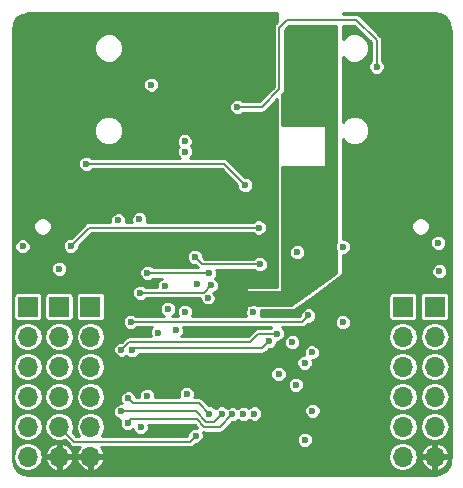
<source format=gbr>
G04 #@! TF.GenerationSoftware,KiCad,Pcbnew,(5.0.1-3-g963ef8bb5)*
G04 #@! TF.CreationDate,2019-01-09T17:43:23-05:00*
G04 #@! TF.ProjectId,Tympan_AIC_Shield,54796D70616E5F4149435F536869656C,rev?*
G04 #@! TF.SameCoordinates,PX6d878d0PY5279480*
G04 #@! TF.FileFunction,Copper,L3,Inr,Mixed*
G04 #@! TF.FilePolarity,Positive*
%FSLAX46Y46*%
G04 Gerber Fmt 4.6, Leading zero omitted, Abs format (unit mm)*
G04 Created by KiCad (PCBNEW (5.0.1-3-g963ef8bb5)) date Wednesday, January 09, 2019 at 05:43:23 PM*
%MOMM*%
%LPD*%
G01*
G04 APERTURE LIST*
G04 #@! TA.AperFunction,ViaPad*
%ADD10R,1.700000X1.700000*%
G04 #@! TD*
G04 #@! TA.AperFunction,ViaPad*
%ADD11O,1.700000X1.700000*%
G04 #@! TD*
G04 #@! TA.AperFunction,ViaPad*
%ADD12C,0.600000*%
G04 #@! TD*
G04 #@! TA.AperFunction,Conductor*
%ADD13C,0.203200*%
G04 #@! TD*
G04 #@! TA.AperFunction,Conductor*
%ADD14C,0.177800*%
G04 #@! TD*
G04 #@! TA.AperFunction,Conductor*
%ADD15C,0.254000*%
G04 #@! TD*
G04 APERTURE END LIST*
D10*
G04 #@! TO.N,+3V3*
G04 #@! TO.C,P3*
X36200000Y14700000D03*
D11*
G04 #@! TO.N,/DOUT_1*
X36200000Y12160000D03*
G04 #@! TO.N,/DIN_1*
X36200000Y9620000D03*
G04 #@! TO.N,/SDA2*
X36200000Y7080000D03*
G04 #@! TO.N,/SCL2*
X36200000Y4540000D03*
G04 #@! TO.N,GND*
X36200000Y2000000D03*
G04 #@! TD*
D10*
G04 #@! TO.N,/M_BIAS_1*
G04 #@! TO.C,P4*
X4400000Y14700000D03*
D11*
G04 #@! TO.N,/MCLK*
X4400000Y12160000D03*
G04 #@! TO.N,/BCLK*
X4400000Y9620000D03*
G04 #@! TO.N,/WCLK*
X4400000Y7080000D03*
G04 #@! TO.N,/nRESET_1*
X4400000Y4540000D03*
G04 #@! TO.N,GND*
X4400000Y2000000D03*
G04 #@! TD*
D10*
G04 #@! TO.N,+1V8*
G04 #@! TO.C,P5*
X7050000Y14700000D03*
D11*
G04 #@! TO.N,Net-(C23-Pad2)*
X7050000Y12160000D03*
G04 #@! TO.N,Net-(C24-Pad2)*
X7050000Y9620000D03*
G04 #@! TO.N,Net-(C25-Pad2)*
X7050000Y7080000D03*
G04 #@! TO.N,Net-(C26-Pad2)*
X7050000Y4540000D03*
G04 #@! TO.N,GND*
X7050000Y2000000D03*
G04 #@! TD*
D10*
G04 #@! TO.N,/TX_3*
G04 #@! TO.C,P2*
X33500000Y14700000D03*
D11*
G04 #@! TO.N,/RX_3*
X33500000Y12160000D03*
G04 #@! TO.N,/MISO_2*
X33500000Y9620000D03*
G04 #@! TO.N,/MOSI_2*
X33500000Y7080000D03*
G04 #@! TO.N,/SCK_2*
X33500000Y4540000D03*
G04 #@! TO.N,/SS_2*
X33500000Y2000000D03*
G04 #@! TD*
G04 #@! TO.N,Net-(P1-Pad6)*
G04 #@! TO.C,P1*
X1750000Y2000000D03*
G04 #@! TO.N,Net-(P1-Pad5)*
X1750000Y4540000D03*
G04 #@! TO.N,Net-(P1-Pad4)*
X1750000Y7080000D03*
G04 #@! TO.N,Net-(P1-Pad3)*
X1750000Y9620000D03*
G04 #@! TO.N,Net-(P1-Pad2)*
X1750000Y12160000D03*
D10*
G04 #@! TO.N,Net-(P1-Pad1)*
X1750000Y14700000D03*
G04 #@! TD*
D12*
G04 #@! TO.N,GND*
X17000000Y15400000D03*
X36750000Y23600000D03*
X32250000Y22350000D03*
X1100000Y21050000D03*
X5600000Y22300000D03*
X19294600Y12383000D03*
X17394600Y12383000D03*
X23000000Y6175000D03*
X24766379Y35718390D03*
X21550000Y17150000D03*
X20600000Y15200008D03*
X17394600Y10456090D03*
X19294600Y10456090D03*
G04 #@! TO.N,+3V3*
X36600000Y17700000D03*
X4400000Y17900000D03*
X24550000Y19299998D03*
X24450000Y8075000D03*
X13343903Y16450000D03*
G04 #@! TO.N,+1V8*
X16100000Y16600000D03*
X13600000Y14500000D03*
X15200000Y7300000D03*
G04 #@! TO.N,Net-(C17-Pad2)*
X36500000Y20100000D03*
G04 #@! TO.N,Net-(C19-Pad2)*
X1300000Y19800000D03*
G04 #@! TO.N,Net-(J1-Pad3)*
X19500000Y31600000D03*
X31275000Y35000000D03*
G04 #@! TO.N,/MICDET*
X9400000Y22000000D03*
X12775003Y12500003D03*
G04 #@! TO.N,/BCLK*
X18175000Y5650000D03*
X9650000Y5825000D03*
G04 #@! TO.N,/MCLK*
X17125000Y5650000D03*
X10250000Y6925000D03*
G04 #@! TO.N,/WCLK*
X19075000Y5575000D03*
X10200000Y4850000D03*
G04 #@! TO.N,/HPL*
X15050000Y14250000D03*
X15050000Y27825000D03*
G04 #@! TO.N,/HPR*
X14275000Y12700000D03*
X15025000Y28700000D03*
G04 #@! TO.N,Net-(R16-Pad2)*
X15900000Y18925000D03*
X21400000Y18300000D03*
G04 #@! TO.N,Net-(C12-Pad2)*
X6700000Y26800000D03*
X20150000Y25000000D03*
G04 #@! TO.N,Net-(C13-Pad2)*
X12200000Y33500000D03*
X11200000Y22100000D03*
G04 #@! TO.N,/nRESET_1*
X15950000Y3775000D03*
G04 #@! TO.N,/DIN_1*
X22975000Y9000000D03*
X19975000Y5600000D03*
G04 #@! TO.N,/DOUT_1*
X24125000Y11700000D03*
X20925000Y5650000D03*
G04 #@! TO.N,/SDA2*
X25800000Y10825000D03*
X25850000Y5875000D03*
G04 #@! TO.N,/SCL2*
X25200000Y3425000D03*
X25177902Y9947110D03*
G04 #@! TO.N,/M_BIAS_1*
X10450000Y13425000D03*
X25500000Y13950000D03*
G04 #@! TO.N,/IN2_L_1*
X28425000Y13375000D03*
X28425002Y19775000D03*
G04 #@! TO.N,/IN2_R_1*
X5400000Y19850000D03*
X21300000Y21400000D03*
X20850000Y14225000D03*
G04 #@! TO.N,/IN1_R_1*
X22825000Y12425000D03*
X9672364Y11060835D03*
G04 #@! TO.N,/IN1_L_1*
X22200000Y11800000D03*
X10575000Y11025000D03*
G04 #@! TO.N,/LOL_1*
X17100000Y17550000D03*
X11875000Y17575000D03*
X11850000Y7150000D03*
G04 #@! TO.N,/LOR_1*
X17250000Y16500000D03*
X11275000Y15875000D03*
X11300000Y4500000D03*
G04 #@! TD*
D13*
G04 #@! TO.N,Net-(J1-Pad3)*
X31250000Y34975000D02*
X31275000Y35000000D01*
X31275000Y37275000D02*
X31275000Y35000000D01*
X23050000Y38325000D02*
X23700000Y38975000D01*
X23050000Y33100000D02*
X23050000Y38325000D01*
X29575000Y38975000D02*
X31275000Y37275000D01*
X23700000Y38975000D02*
X29575000Y38975000D01*
X21550000Y31600000D02*
X23050000Y33100000D01*
X19500000Y31600000D02*
X21550000Y31600000D01*
G04 #@! TO.N,/BCLK*
X10074264Y5825000D02*
X9650000Y5825000D01*
X18175000Y5650000D02*
X17475000Y4950000D01*
X17475000Y4950000D02*
X16850000Y4950000D01*
X16850000Y4950000D02*
X15975000Y5825000D01*
X15975000Y5825000D02*
X10074264Y5825000D01*
G04 #@! TO.N,/MCLK*
X10636086Y6538914D02*
X10549999Y6625001D01*
X10549999Y6625001D02*
X10250000Y6925000D01*
X16236086Y6538914D02*
X10636086Y6538914D01*
X17125000Y5650000D02*
X16236086Y6538914D01*
G04 #@! TO.N,/WCLK*
X18025000Y4525000D02*
X16704786Y4525000D01*
X16704786Y4525000D02*
X16079787Y5149999D01*
X16079787Y5149999D02*
X10499999Y5149999D01*
X19075000Y5575000D02*
X18025000Y4525000D01*
X10499999Y5149999D02*
X10200000Y4850000D01*
D14*
G04 #@! TO.N,Net-(R16-Pad2)*
X20975736Y18300000D02*
X21400000Y18300000D01*
X16525000Y18300000D02*
X20975736Y18300000D01*
X15900000Y18925000D02*
X16525000Y18300000D01*
D13*
G04 #@! TO.N,/SS_2*
X33500000Y2075000D02*
X33024565Y2550435D01*
G04 #@! TO.N,Net-(C12-Pad2)*
X18350000Y26800000D02*
X11100000Y26800000D01*
X11100000Y26800000D02*
X6700000Y26800000D01*
X20150000Y25000000D02*
X18350000Y26800000D01*
G04 #@! TO.N,/nRESET_1*
X5665000Y3275000D02*
X4400000Y4540000D01*
X15450000Y3275000D02*
X5665000Y3275000D01*
X15950000Y3775000D02*
X15450000Y3275000D01*
G04 #@! TO.N,/M_BIAS_1*
X24975000Y13425000D02*
X25200001Y13650001D01*
X10450000Y13425000D02*
X24975000Y13425000D01*
X25200001Y13650001D02*
X25500000Y13950000D01*
G04 #@! TO.N,/IN2_L_1*
X28400000Y13350000D02*
X28425000Y13375000D01*
G04 #@! TO.N,/IN2_R_1*
X6950000Y21400000D02*
X21300000Y21400000D01*
X5400000Y19850000D02*
X6950000Y21400000D01*
D14*
G04 #@! TO.N,/IN1_R_1*
X10336529Y11725000D02*
X9672364Y11060835D01*
X20550000Y11725000D02*
X10336529Y11725000D01*
X21250000Y12425000D02*
X20550000Y11725000D01*
X22825000Y12425000D02*
X21250000Y12425000D01*
D13*
G04 #@! TO.N,/IN1_L_1*
X10750000Y11200000D02*
X10575000Y11025000D01*
X21600000Y11200000D02*
X10750000Y11200000D01*
X22200000Y11800000D02*
X21600000Y11200000D01*
D14*
G04 #@! TO.N,/LOL_1*
X17100000Y17550000D02*
X17075000Y17525000D01*
X11900000Y17550000D02*
X11875000Y17575000D01*
X17100000Y17550000D02*
X11900000Y17550000D01*
G04 #@! TO.N,/LOR_1*
X17250000Y16500000D02*
X17225000Y16525000D01*
X17250000Y16500000D02*
X16625000Y15875000D01*
X16625000Y15875000D02*
X11699264Y15875000D01*
X11699264Y15875000D02*
X11275000Y15875000D01*
G04 #@! TD*
D15*
G04 #@! TO.N,GND*
G36*
X22873000Y38830499D02*
X22742361Y38699860D01*
X22702066Y38672935D01*
X22622434Y38553757D01*
X22595402Y38513301D01*
X22557946Y38325000D01*
X22567401Y38277467D01*
X22567400Y33299899D01*
X21350102Y32082600D01*
X19980480Y32082600D01*
X19885756Y32177324D01*
X19635459Y32281000D01*
X19364541Y32281000D01*
X19114244Y32177324D01*
X18922676Y31985756D01*
X18819000Y31735459D01*
X18819000Y31464541D01*
X18922676Y31214244D01*
X19114244Y31022676D01*
X19364541Y30919000D01*
X19635459Y30919000D01*
X19885756Y31022676D01*
X19980480Y31117400D01*
X21502472Y31117400D01*
X21550000Y31107946D01*
X21597528Y31117400D01*
X21597529Y31117400D01*
X21738301Y31145401D01*
X21897935Y31252065D01*
X21924862Y31292364D01*
X22873000Y32240501D01*
X22873000Y16357951D01*
X20349700Y16352000D01*
X20301123Y16342218D01*
X20259986Y16314591D01*
X20232553Y16273324D01*
X20223000Y16225000D01*
X20223000Y16050000D01*
X20232667Y16001399D01*
X20260197Y15960197D01*
X20301399Y15932667D01*
X20350000Y15923000D01*
X23175000Y15923000D01*
X23223601Y15932667D01*
X23264803Y15960197D01*
X23292333Y16001399D01*
X23302000Y16050000D01*
X23302000Y19435457D01*
X23869000Y19435457D01*
X23869000Y19164539D01*
X23972676Y18914242D01*
X24164244Y18722674D01*
X24414541Y18618998D01*
X24685459Y18618998D01*
X24935756Y18722674D01*
X25127324Y18914242D01*
X25231000Y19164539D01*
X25231000Y19435457D01*
X25127324Y19685754D01*
X24935756Y19877322D01*
X24685459Y19980998D01*
X24414541Y19980998D01*
X24164244Y19877322D01*
X23972676Y19685754D01*
X23869000Y19435457D01*
X23302000Y19435457D01*
X23302000Y26498000D01*
X26875000Y26498000D01*
X26923601Y26507667D01*
X26964803Y26535197D01*
X26992333Y26576399D01*
X27002000Y26625000D01*
X27002000Y29975000D01*
X26992333Y30023601D01*
X26964803Y30064803D01*
X26923601Y30092333D01*
X26875000Y30102000D01*
X23302000Y30102000D01*
X23302000Y32669501D01*
X23357640Y32725141D01*
X23397935Y32752065D01*
X23504599Y32911699D01*
X23532600Y33052471D01*
X23532600Y33052472D01*
X23542054Y33099999D01*
X23532600Y33147527D01*
X23532600Y38125102D01*
X23899899Y38492400D01*
X27873000Y38492400D01*
X27873000Y20186078D01*
X27847678Y20160756D01*
X27744002Y19910459D01*
X27744002Y19639541D01*
X27847678Y19389244D01*
X27873000Y19363922D01*
X27873000Y17565502D01*
X24059429Y14852000D01*
X21115827Y14852000D01*
X20985459Y14906000D01*
X20714541Y14906000D01*
X20584173Y14852000D01*
X20350000Y14852000D01*
X20301399Y14842333D01*
X20260197Y14814803D01*
X20232667Y14773601D01*
X20223000Y14725000D01*
X20223000Y14550000D01*
X20230951Y14510024D01*
X20169000Y14360459D01*
X20169000Y14089541D01*
X20244362Y13907600D01*
X15645283Y13907600D01*
X15731000Y14114541D01*
X15731000Y14385459D01*
X15627324Y14635756D01*
X15435756Y14827324D01*
X15185459Y14931000D01*
X14914541Y14931000D01*
X14664244Y14827324D01*
X14472676Y14635756D01*
X14369000Y14385459D01*
X14369000Y14114541D01*
X14454717Y13907600D01*
X13949359Y13907600D01*
X13985756Y13922676D01*
X14177324Y14114244D01*
X14281000Y14364541D01*
X14281000Y14635459D01*
X14177324Y14885756D01*
X13985756Y15077324D01*
X13735459Y15181000D01*
X13464541Y15181000D01*
X13214244Y15077324D01*
X13022676Y14885756D01*
X12919000Y14635459D01*
X12919000Y14364541D01*
X13022676Y14114244D01*
X13214244Y13922676D01*
X13250641Y13907600D01*
X10930480Y13907600D01*
X10835756Y14002324D01*
X10585459Y14106000D01*
X10314541Y14106000D01*
X10064244Y14002324D01*
X9872676Y13810756D01*
X9769000Y13560459D01*
X9769000Y13289541D01*
X9872676Y13039244D01*
X10064244Y12847676D01*
X10314541Y12744000D01*
X10585459Y12744000D01*
X10835756Y12847676D01*
X10930480Y12942400D01*
X12254320Y12942400D01*
X12197679Y12885759D01*
X12094003Y12635462D01*
X12094003Y12364544D01*
X12164272Y12194900D01*
X10382800Y12194900D01*
X10336528Y12204104D01*
X10290256Y12194900D01*
X10290253Y12194900D01*
X10153183Y12167635D01*
X10085898Y12122676D01*
X9997751Y12063778D01*
X9971538Y12024548D01*
X9688825Y11741835D01*
X9536905Y11741835D01*
X9286608Y11638159D01*
X9095040Y11446591D01*
X8991364Y11196294D01*
X8991364Y10925376D01*
X9095040Y10675079D01*
X9286608Y10483511D01*
X9536905Y10379835D01*
X9807823Y10379835D01*
X10058120Y10483511D01*
X10105765Y10531155D01*
X10189244Y10447676D01*
X10439541Y10344000D01*
X10710459Y10344000D01*
X10960756Y10447676D01*
X11152324Y10639244D01*
X11184697Y10717400D01*
X21552472Y10717400D01*
X21600000Y10707946D01*
X21647528Y10717400D01*
X21647529Y10717400D01*
X21788301Y10745401D01*
X21947935Y10852065D01*
X21974862Y10892363D01*
X22201498Y11119000D01*
X22335459Y11119000D01*
X22585756Y11222676D01*
X22777324Y11414244D01*
X22881000Y11664541D01*
X22881000Y11744000D01*
X22960459Y11744000D01*
X23181261Y11835459D01*
X23444000Y11835459D01*
X23444000Y11564541D01*
X23547676Y11314244D01*
X23739244Y11122676D01*
X23989541Y11019000D01*
X24260459Y11019000D01*
X24510756Y11122676D01*
X24702324Y11314244D01*
X24806000Y11564541D01*
X24806000Y11835459D01*
X24702324Y12085756D01*
X24628080Y12160000D01*
X32244884Y12160000D01*
X32340424Y11679688D01*
X32612499Y11272499D01*
X33019688Y11000424D01*
X33378761Y10929000D01*
X33621239Y10929000D01*
X33980312Y11000424D01*
X34387501Y11272499D01*
X34659576Y11679688D01*
X34755116Y12160000D01*
X34944884Y12160000D01*
X35040424Y11679688D01*
X35312499Y11272499D01*
X35719688Y11000424D01*
X36078761Y10929000D01*
X36321239Y10929000D01*
X36680312Y11000424D01*
X37087501Y11272499D01*
X37359576Y11679688D01*
X37455116Y12160000D01*
X37359576Y12640312D01*
X37087501Y13047501D01*
X36680312Y13319576D01*
X36321239Y13391000D01*
X36078761Y13391000D01*
X35719688Y13319576D01*
X35312499Y13047501D01*
X35040424Y12640312D01*
X34944884Y12160000D01*
X34755116Y12160000D01*
X34659576Y12640312D01*
X34387501Y13047501D01*
X33980312Y13319576D01*
X33621239Y13391000D01*
X33378761Y13391000D01*
X33019688Y13319576D01*
X32612499Y13047501D01*
X32340424Y12640312D01*
X32244884Y12160000D01*
X24628080Y12160000D01*
X24510756Y12277324D01*
X24260459Y12381000D01*
X23989541Y12381000D01*
X23739244Y12277324D01*
X23547676Y12085756D01*
X23444000Y11835459D01*
X23181261Y11835459D01*
X23210756Y11847676D01*
X23402324Y12039244D01*
X23506000Y12289541D01*
X23506000Y12560459D01*
X23402324Y12810756D01*
X23270680Y12942400D01*
X24927472Y12942400D01*
X24975000Y12932946D01*
X25022528Y12942400D01*
X25022529Y12942400D01*
X25163301Y12970401D01*
X25322935Y13077065D01*
X25349862Y13117364D01*
X25501498Y13269000D01*
X25635459Y13269000D01*
X25885756Y13372676D01*
X26023539Y13510459D01*
X27744000Y13510459D01*
X27744000Y13239541D01*
X27847676Y12989244D01*
X28039244Y12797676D01*
X28289541Y12694000D01*
X28560459Y12694000D01*
X28810756Y12797676D01*
X29002324Y12989244D01*
X29106000Y13239541D01*
X29106000Y13510459D01*
X29002324Y13760756D01*
X28810756Y13952324D01*
X28560459Y14056000D01*
X28289541Y14056000D01*
X28039244Y13952324D01*
X27847676Y13760756D01*
X27744000Y13510459D01*
X26023539Y13510459D01*
X26077324Y13564244D01*
X26181000Y13814541D01*
X26181000Y14085459D01*
X26077324Y14335756D01*
X25885756Y14527324D01*
X25635459Y14631000D01*
X25364541Y14631000D01*
X25114244Y14527324D01*
X24922676Y14335756D01*
X24819000Y14085459D01*
X24819000Y13951498D01*
X24775102Y13907600D01*
X21455638Y13907600D01*
X21531000Y14089541D01*
X21531000Y14360459D01*
X21505095Y14423000D01*
X24250000Y14423000D01*
X24298601Y14432667D01*
X24324240Y14446959D01*
X25855184Y15550000D01*
X32261536Y15550000D01*
X32261536Y13850000D01*
X32291106Y13701341D01*
X32375314Y13575314D01*
X32501341Y13491106D01*
X32650000Y13461536D01*
X34350000Y13461536D01*
X34498659Y13491106D01*
X34624686Y13575314D01*
X34708894Y13701341D01*
X34738464Y13850000D01*
X34738464Y15550000D01*
X34961536Y15550000D01*
X34961536Y13850000D01*
X34991106Y13701341D01*
X35075314Y13575314D01*
X35201341Y13491106D01*
X35350000Y13461536D01*
X37050000Y13461536D01*
X37198659Y13491106D01*
X37324686Y13575314D01*
X37408894Y13701341D01*
X37438464Y13850000D01*
X37438464Y15550000D01*
X37408894Y15698659D01*
X37324686Y15824686D01*
X37198659Y15908894D01*
X37050000Y15938464D01*
X35350000Y15938464D01*
X35201341Y15908894D01*
X35075314Y15824686D01*
X34991106Y15698659D01*
X34961536Y15550000D01*
X34738464Y15550000D01*
X34708894Y15698659D01*
X34624686Y15824686D01*
X34498659Y15908894D01*
X34350000Y15938464D01*
X32650000Y15938464D01*
X32501341Y15908894D01*
X32375314Y15824686D01*
X32291106Y15698659D01*
X32261536Y15550000D01*
X25855184Y15550000D01*
X28349240Y17346959D01*
X28383021Y17383213D01*
X28402000Y17450000D01*
X28402000Y17835459D01*
X35919000Y17835459D01*
X35919000Y17564541D01*
X36022676Y17314244D01*
X36214244Y17122676D01*
X36464541Y17019000D01*
X36735459Y17019000D01*
X36985756Y17122676D01*
X37177324Y17314244D01*
X37281000Y17564541D01*
X37281000Y17835459D01*
X37177324Y18085756D01*
X36985756Y18277324D01*
X36735459Y18381000D01*
X36464541Y18381000D01*
X36214244Y18277324D01*
X36022676Y18085756D01*
X35919000Y17835459D01*
X28402000Y17835459D01*
X28402000Y19094000D01*
X28560461Y19094000D01*
X28810758Y19197676D01*
X29002326Y19389244D01*
X29106002Y19639541D01*
X29106002Y19910459D01*
X29002326Y20160756D01*
X28927623Y20235459D01*
X35819000Y20235459D01*
X35819000Y19964541D01*
X35922676Y19714244D01*
X36114244Y19522676D01*
X36364541Y19419000D01*
X36635459Y19419000D01*
X36885756Y19522676D01*
X37077324Y19714244D01*
X37181000Y19964541D01*
X37181000Y20235459D01*
X37077324Y20485756D01*
X36885756Y20677324D01*
X36635459Y20781000D01*
X36364541Y20781000D01*
X36114244Y20677324D01*
X35922676Y20485756D01*
X35819000Y20235459D01*
X28927623Y20235459D01*
X28810758Y20352324D01*
X28560461Y20456000D01*
X28402000Y20456000D01*
X28402000Y21655351D01*
X34219000Y21655351D01*
X34219000Y21344649D01*
X34337900Y21057599D01*
X34557599Y20837900D01*
X34844649Y20719000D01*
X35155351Y20719000D01*
X35442401Y20837900D01*
X35662100Y21057599D01*
X35781000Y21344649D01*
X35781000Y21655351D01*
X35662100Y21942401D01*
X35442401Y22162100D01*
X35155351Y22281000D01*
X34844649Y22281000D01*
X34557599Y22162100D01*
X34337900Y21942401D01*
X34219000Y21655351D01*
X28402000Y21655351D01*
X28402000Y28857102D01*
X28702694Y28556408D01*
X29155139Y28369000D01*
X29644861Y28369000D01*
X30097306Y28556408D01*
X30443592Y28902694D01*
X30631000Y29355139D01*
X30631000Y29844861D01*
X30443592Y30297306D01*
X30097306Y30643592D01*
X29644861Y30831000D01*
X29155139Y30831000D01*
X28702694Y30643592D01*
X28402000Y30342898D01*
X28402000Y35857102D01*
X28702694Y35556408D01*
X29155139Y35369000D01*
X29644861Y35369000D01*
X30097306Y35556408D01*
X30443592Y35902694D01*
X30631000Y36355139D01*
X30631000Y36844861D01*
X30443592Y37297306D01*
X30097306Y37643592D01*
X29644861Y37831000D01*
X29155139Y37831000D01*
X28702694Y37643592D01*
X28402000Y37342898D01*
X28402000Y38492400D01*
X29375102Y38492400D01*
X30792400Y37075101D01*
X30792401Y35480481D01*
X30697676Y35385756D01*
X30594000Y35135459D01*
X30594000Y34864541D01*
X30697676Y34614244D01*
X30889244Y34422676D01*
X31139541Y34319000D01*
X31410459Y34319000D01*
X31660756Y34422676D01*
X31852324Y34614244D01*
X31956000Y34864541D01*
X31956000Y35135459D01*
X31852324Y35385756D01*
X31757600Y35480480D01*
X31757600Y37227473D01*
X31767054Y37275001D01*
X31757600Y37322529D01*
X31729599Y37463301D01*
X31622935Y37622935D01*
X31582640Y37649859D01*
X29949862Y39282636D01*
X29922935Y39322935D01*
X29763301Y39429599D01*
X29622529Y39457600D01*
X29622528Y39457600D01*
X29575000Y39467054D01*
X29527472Y39457600D01*
X28402000Y39457600D01*
X28402000Y39544000D01*
X36099630Y39544000D01*
X36104960Y39541389D01*
X36178489Y39524346D01*
X36621546Y39457736D01*
X36960246Y39295094D01*
X37236147Y39040054D01*
X37424860Y38715161D01*
X37515761Y38322987D01*
X37519371Y38231115D01*
X37544001Y38102001D01*
X37544000Y1900370D01*
X37541389Y1895040D01*
X37524346Y1821511D01*
X37457736Y1378454D01*
X37295094Y1039754D01*
X37040054Y763853D01*
X36715162Y575141D01*
X36322983Y484239D01*
X36231115Y480629D01*
X36102007Y456000D01*
X1900370Y456000D01*
X1895040Y458611D01*
X1821511Y475654D01*
X1378454Y542264D01*
X1039754Y704906D01*
X763853Y959946D01*
X575141Y1284838D01*
X484239Y1677017D01*
X480629Y1768885D01*
X456000Y1897993D01*
X456000Y2000000D01*
X494884Y2000000D01*
X590424Y1519688D01*
X862499Y1112499D01*
X1269688Y840424D01*
X1628761Y769000D01*
X1871239Y769000D01*
X2230312Y840424D01*
X2637501Y1112499D01*
X2909576Y1519688D01*
X2942064Y1683020D01*
X3210511Y1683020D01*
X3334755Y1383036D01*
X3651944Y1022348D01*
X4083018Y810499D01*
X4273000Y870807D01*
X4273000Y1873000D01*
X4527000Y1873000D01*
X4527000Y870807D01*
X4716982Y810499D01*
X5148056Y1022348D01*
X5465245Y1383036D01*
X5589489Y1683020D01*
X5860511Y1683020D01*
X5984755Y1383036D01*
X6301944Y1022348D01*
X6733018Y810499D01*
X6923000Y870807D01*
X6923000Y1873000D01*
X7177000Y1873000D01*
X7177000Y870807D01*
X7366982Y810499D01*
X7798056Y1022348D01*
X8115245Y1383036D01*
X8239489Y1683020D01*
X8178627Y1873000D01*
X7177000Y1873000D01*
X6923000Y1873000D01*
X5921373Y1873000D01*
X5860511Y1683020D01*
X5589489Y1683020D01*
X5528627Y1873000D01*
X4527000Y1873000D01*
X4273000Y1873000D01*
X3271373Y1873000D01*
X3210511Y1683020D01*
X2942064Y1683020D01*
X3005116Y2000000D01*
X32244884Y2000000D01*
X32340424Y1519688D01*
X32612499Y1112499D01*
X33019688Y840424D01*
X33378761Y769000D01*
X33621239Y769000D01*
X33980312Y840424D01*
X34387501Y1112499D01*
X34659576Y1519688D01*
X34692064Y1683020D01*
X35010511Y1683020D01*
X35134755Y1383036D01*
X35451944Y1022348D01*
X35883018Y810499D01*
X36073000Y870807D01*
X36073000Y1873000D01*
X36327000Y1873000D01*
X36327000Y870807D01*
X36516982Y810499D01*
X36948056Y1022348D01*
X37265245Y1383036D01*
X37389489Y1683020D01*
X37328627Y1873000D01*
X36327000Y1873000D01*
X36073000Y1873000D01*
X35071373Y1873000D01*
X35010511Y1683020D01*
X34692064Y1683020D01*
X34755116Y2000000D01*
X34692065Y2316980D01*
X35010511Y2316980D01*
X35071373Y2127000D01*
X36073000Y2127000D01*
X36073000Y3129193D01*
X36327000Y3129193D01*
X36327000Y2127000D01*
X37328627Y2127000D01*
X37389489Y2316980D01*
X37265245Y2616964D01*
X36948056Y2977652D01*
X36516982Y3189501D01*
X36327000Y3129193D01*
X36073000Y3129193D01*
X35883018Y3189501D01*
X35451944Y2977652D01*
X35134755Y2616964D01*
X35010511Y2316980D01*
X34692065Y2316980D01*
X34659576Y2480312D01*
X34387501Y2887501D01*
X33980312Y3159576D01*
X33621239Y3231000D01*
X33378761Y3231000D01*
X33019688Y3159576D01*
X32612499Y2887501D01*
X32340424Y2480312D01*
X32244884Y2000000D01*
X3005116Y2000000D01*
X2942065Y2316980D01*
X3210511Y2316980D01*
X3271373Y2127000D01*
X4273000Y2127000D01*
X4273000Y3129193D01*
X4527000Y3129193D01*
X4527000Y2127000D01*
X5528627Y2127000D01*
X5589489Y2316980D01*
X5465245Y2616964D01*
X5148056Y2977652D01*
X4716982Y3189501D01*
X4527000Y3129193D01*
X4273000Y3129193D01*
X4083018Y3189501D01*
X3651944Y2977652D01*
X3334755Y2616964D01*
X3210511Y2316980D01*
X2942065Y2316980D01*
X2909576Y2480312D01*
X2637501Y2887501D01*
X2230312Y3159576D01*
X1871239Y3231000D01*
X1628761Y3231000D01*
X1269688Y3159576D01*
X862499Y2887501D01*
X590424Y2480312D01*
X494884Y2000000D01*
X456000Y2000000D01*
X456000Y4540000D01*
X494884Y4540000D01*
X590424Y4059688D01*
X862499Y3652499D01*
X1269688Y3380424D01*
X1628761Y3309000D01*
X1871239Y3309000D01*
X2230312Y3380424D01*
X2637501Y3652499D01*
X2909576Y4059688D01*
X3005116Y4540000D01*
X3144884Y4540000D01*
X3240424Y4059688D01*
X3512499Y3652499D01*
X3919688Y3380424D01*
X4278761Y3309000D01*
X4521239Y3309000D01*
X4877614Y3379887D01*
X5290140Y2967361D01*
X5317065Y2927065D01*
X5476699Y2820401D01*
X5617471Y2792400D01*
X5664999Y2782946D01*
X5712527Y2792400D01*
X6139033Y2792400D01*
X5984755Y2616964D01*
X5860511Y2316980D01*
X5921373Y2127000D01*
X6923000Y2127000D01*
X6923000Y2147000D01*
X7177000Y2147000D01*
X7177000Y2127000D01*
X8178627Y2127000D01*
X8239489Y2316980D01*
X8115245Y2616964D01*
X7960967Y2792400D01*
X15402472Y2792400D01*
X15450000Y2782946D01*
X15497528Y2792400D01*
X15497529Y2792400D01*
X15638301Y2820401D01*
X15797935Y2927065D01*
X15824862Y2967363D01*
X15951498Y3094000D01*
X16085459Y3094000D01*
X16335756Y3197676D01*
X16527324Y3389244D01*
X16598243Y3560459D01*
X24519000Y3560459D01*
X24519000Y3289541D01*
X24622676Y3039244D01*
X24814244Y2847676D01*
X25064541Y2744000D01*
X25335459Y2744000D01*
X25585756Y2847676D01*
X25777324Y3039244D01*
X25881000Y3289541D01*
X25881000Y3560459D01*
X25777324Y3810756D01*
X25585756Y4002324D01*
X25335459Y4106000D01*
X25064541Y4106000D01*
X24814244Y4002324D01*
X24622676Y3810756D01*
X24519000Y3560459D01*
X16598243Y3560459D01*
X16631000Y3639541D01*
X16631000Y3910459D01*
X16569084Y4059939D01*
X16657257Y4042400D01*
X16704785Y4032946D01*
X16752313Y4042400D01*
X17977472Y4042400D01*
X18025000Y4032946D01*
X18072528Y4042400D01*
X18072529Y4042400D01*
X18213301Y4070401D01*
X18372935Y4177065D01*
X18399862Y4217364D01*
X18722498Y4540000D01*
X32244884Y4540000D01*
X32340424Y4059688D01*
X32612499Y3652499D01*
X33019688Y3380424D01*
X33378761Y3309000D01*
X33621239Y3309000D01*
X33980312Y3380424D01*
X34387501Y3652499D01*
X34659576Y4059688D01*
X34755116Y4540000D01*
X34944884Y4540000D01*
X35040424Y4059688D01*
X35312499Y3652499D01*
X35719688Y3380424D01*
X36078761Y3309000D01*
X36321239Y3309000D01*
X36680312Y3380424D01*
X37087501Y3652499D01*
X37359576Y4059688D01*
X37455116Y4540000D01*
X37359576Y5020312D01*
X37087501Y5427501D01*
X36680312Y5699576D01*
X36321239Y5771000D01*
X36078761Y5771000D01*
X35719688Y5699576D01*
X35312499Y5427501D01*
X35040424Y5020312D01*
X34944884Y4540000D01*
X34755116Y4540000D01*
X34659576Y5020312D01*
X34387501Y5427501D01*
X33980312Y5699576D01*
X33621239Y5771000D01*
X33378761Y5771000D01*
X33019688Y5699576D01*
X32612499Y5427501D01*
X32340424Y5020312D01*
X32244884Y4540000D01*
X18722498Y4540000D01*
X19076499Y4894000D01*
X19210459Y4894000D01*
X19460756Y4997676D01*
X19537500Y5074420D01*
X19589244Y5022676D01*
X19839541Y4919000D01*
X20110459Y4919000D01*
X20360756Y5022676D01*
X20475000Y5136920D01*
X20539244Y5072676D01*
X20789541Y4969000D01*
X21060459Y4969000D01*
X21310756Y5072676D01*
X21502324Y5264244D01*
X21606000Y5514541D01*
X21606000Y5785459D01*
X21512803Y6010459D01*
X25169000Y6010459D01*
X25169000Y5739541D01*
X25272676Y5489244D01*
X25464244Y5297676D01*
X25714541Y5194000D01*
X25985459Y5194000D01*
X26235756Y5297676D01*
X26427324Y5489244D01*
X26531000Y5739541D01*
X26531000Y6010459D01*
X26427324Y6260756D01*
X26235756Y6452324D01*
X25985459Y6556000D01*
X25714541Y6556000D01*
X25464244Y6452324D01*
X25272676Y6260756D01*
X25169000Y6010459D01*
X21512803Y6010459D01*
X21502324Y6035756D01*
X21310756Y6227324D01*
X21060459Y6331000D01*
X20789541Y6331000D01*
X20539244Y6227324D01*
X20425000Y6113080D01*
X20360756Y6177324D01*
X20110459Y6281000D01*
X19839541Y6281000D01*
X19589244Y6177324D01*
X19512500Y6100580D01*
X19460756Y6152324D01*
X19210459Y6256000D01*
X18939541Y6256000D01*
X18689244Y6152324D01*
X18662500Y6125580D01*
X18560756Y6227324D01*
X18310459Y6331000D01*
X18039541Y6331000D01*
X17789244Y6227324D01*
X17650000Y6088080D01*
X17510756Y6227324D01*
X17260459Y6331000D01*
X17126499Y6331000D01*
X16610948Y6846550D01*
X16584021Y6886849D01*
X16424387Y6993513D01*
X16283615Y7021514D01*
X16283614Y7021514D01*
X16236086Y7030968D01*
X16188558Y7021514D01*
X15821757Y7021514D01*
X15845982Y7080000D01*
X32244884Y7080000D01*
X32340424Y6599688D01*
X32612499Y6192499D01*
X33019688Y5920424D01*
X33378761Y5849000D01*
X33621239Y5849000D01*
X33980312Y5920424D01*
X34387501Y6192499D01*
X34659576Y6599688D01*
X34755116Y7080000D01*
X34944884Y7080000D01*
X35040424Y6599688D01*
X35312499Y6192499D01*
X35719688Y5920424D01*
X36078761Y5849000D01*
X36321239Y5849000D01*
X36680312Y5920424D01*
X37087501Y6192499D01*
X37359576Y6599688D01*
X37455116Y7080000D01*
X37359576Y7560312D01*
X37087501Y7967501D01*
X36680312Y8239576D01*
X36321239Y8311000D01*
X36078761Y8311000D01*
X35719688Y8239576D01*
X35312499Y7967501D01*
X35040424Y7560312D01*
X34944884Y7080000D01*
X34755116Y7080000D01*
X34659576Y7560312D01*
X34387501Y7967501D01*
X33980312Y8239576D01*
X33621239Y8311000D01*
X33378761Y8311000D01*
X33019688Y8239576D01*
X32612499Y7967501D01*
X32340424Y7560312D01*
X32244884Y7080000D01*
X15845982Y7080000D01*
X15881000Y7164541D01*
X15881000Y7435459D01*
X15777324Y7685756D01*
X15585756Y7877324D01*
X15335459Y7981000D01*
X15064541Y7981000D01*
X14814244Y7877324D01*
X14622676Y7685756D01*
X14519000Y7435459D01*
X14519000Y7164541D01*
X14578243Y7021514D01*
X12531000Y7021514D01*
X12531000Y7285459D01*
X12427324Y7535756D01*
X12235756Y7727324D01*
X11985459Y7831000D01*
X11714541Y7831000D01*
X11464244Y7727324D01*
X11272676Y7535756D01*
X11169000Y7285459D01*
X11169000Y7021514D01*
X10931000Y7021514D01*
X10931000Y7060459D01*
X10827324Y7310756D01*
X10635756Y7502324D01*
X10385459Y7606000D01*
X10114541Y7606000D01*
X9864244Y7502324D01*
X9672676Y7310756D01*
X9569000Y7060459D01*
X9569000Y6789541D01*
X9672676Y6539244D01*
X9705920Y6506000D01*
X9514541Y6506000D01*
X9264244Y6402324D01*
X9072676Y6210756D01*
X8969000Y5960459D01*
X8969000Y5689541D01*
X9072676Y5439244D01*
X9264244Y5247676D01*
X9514541Y5144000D01*
X9584670Y5144000D01*
X9519000Y4985459D01*
X9519000Y4714541D01*
X9622676Y4464244D01*
X9814244Y4272676D01*
X10064541Y4169000D01*
X10335459Y4169000D01*
X10585756Y4272676D01*
X10636170Y4323090D01*
X10722676Y4114244D01*
X10914244Y3922676D01*
X11164541Y3819000D01*
X11435459Y3819000D01*
X11685756Y3922676D01*
X11877324Y4114244D01*
X11981000Y4364541D01*
X11981000Y4635459D01*
X11967770Y4667399D01*
X15879889Y4667399D01*
X16095409Y4451879D01*
X16085459Y4456000D01*
X15814541Y4456000D01*
X15564244Y4352324D01*
X15372676Y4160756D01*
X15269000Y3910459D01*
X15269000Y3776498D01*
X15250102Y3757600D01*
X8007727Y3757600D01*
X8209576Y4059688D01*
X8305116Y4540000D01*
X8209576Y5020312D01*
X7937501Y5427501D01*
X7530312Y5699576D01*
X7171239Y5771000D01*
X6928761Y5771000D01*
X6569688Y5699576D01*
X6162499Y5427501D01*
X5890424Y5020312D01*
X5794884Y4540000D01*
X5890424Y4059688D01*
X6092273Y3757600D01*
X5864899Y3757600D01*
X5560113Y4062386D01*
X5655116Y4540000D01*
X5559576Y5020312D01*
X5287501Y5427501D01*
X4880312Y5699576D01*
X4521239Y5771000D01*
X4278761Y5771000D01*
X3919688Y5699576D01*
X3512499Y5427501D01*
X3240424Y5020312D01*
X3144884Y4540000D01*
X3005116Y4540000D01*
X2909576Y5020312D01*
X2637501Y5427501D01*
X2230312Y5699576D01*
X1871239Y5771000D01*
X1628761Y5771000D01*
X1269688Y5699576D01*
X862499Y5427501D01*
X590424Y5020312D01*
X494884Y4540000D01*
X456000Y4540000D01*
X456000Y7080000D01*
X494884Y7080000D01*
X590424Y6599688D01*
X862499Y6192499D01*
X1269688Y5920424D01*
X1628761Y5849000D01*
X1871239Y5849000D01*
X2230312Y5920424D01*
X2637501Y6192499D01*
X2909576Y6599688D01*
X3005116Y7080000D01*
X3144884Y7080000D01*
X3240424Y6599688D01*
X3512499Y6192499D01*
X3919688Y5920424D01*
X4278761Y5849000D01*
X4521239Y5849000D01*
X4880312Y5920424D01*
X5287501Y6192499D01*
X5559576Y6599688D01*
X5655116Y7080000D01*
X5794884Y7080000D01*
X5890424Y6599688D01*
X6162499Y6192499D01*
X6569688Y5920424D01*
X6928761Y5849000D01*
X7171239Y5849000D01*
X7530312Y5920424D01*
X7937501Y6192499D01*
X8209576Y6599688D01*
X8305116Y7080000D01*
X8209576Y7560312D01*
X7937501Y7967501D01*
X7573889Y8210459D01*
X23769000Y8210459D01*
X23769000Y7939541D01*
X23872676Y7689244D01*
X24064244Y7497676D01*
X24314541Y7394000D01*
X24585459Y7394000D01*
X24835756Y7497676D01*
X25027324Y7689244D01*
X25131000Y7939541D01*
X25131000Y8210459D01*
X25027324Y8460756D01*
X24835756Y8652324D01*
X24585459Y8756000D01*
X24314541Y8756000D01*
X24064244Y8652324D01*
X23872676Y8460756D01*
X23769000Y8210459D01*
X7573889Y8210459D01*
X7530312Y8239576D01*
X7171239Y8311000D01*
X6928761Y8311000D01*
X6569688Y8239576D01*
X6162499Y7967501D01*
X5890424Y7560312D01*
X5794884Y7080000D01*
X5655116Y7080000D01*
X5559576Y7560312D01*
X5287501Y7967501D01*
X4880312Y8239576D01*
X4521239Y8311000D01*
X4278761Y8311000D01*
X3919688Y8239576D01*
X3512499Y7967501D01*
X3240424Y7560312D01*
X3144884Y7080000D01*
X3005116Y7080000D01*
X2909576Y7560312D01*
X2637501Y7967501D01*
X2230312Y8239576D01*
X1871239Y8311000D01*
X1628761Y8311000D01*
X1269688Y8239576D01*
X862499Y7967501D01*
X590424Y7560312D01*
X494884Y7080000D01*
X456000Y7080000D01*
X456000Y9620000D01*
X494884Y9620000D01*
X590424Y9139688D01*
X862499Y8732499D01*
X1269688Y8460424D01*
X1628761Y8389000D01*
X1871239Y8389000D01*
X2230312Y8460424D01*
X2637501Y8732499D01*
X2909576Y9139688D01*
X3005116Y9620000D01*
X3144884Y9620000D01*
X3240424Y9139688D01*
X3512499Y8732499D01*
X3919688Y8460424D01*
X4278761Y8389000D01*
X4521239Y8389000D01*
X4880312Y8460424D01*
X5287501Y8732499D01*
X5559576Y9139688D01*
X5655116Y9620000D01*
X5794884Y9620000D01*
X5890424Y9139688D01*
X6162499Y8732499D01*
X6569688Y8460424D01*
X6928761Y8389000D01*
X7171239Y8389000D01*
X7530312Y8460424D01*
X7937501Y8732499D01*
X8206750Y9135459D01*
X22294000Y9135459D01*
X22294000Y8864541D01*
X22397676Y8614244D01*
X22589244Y8422676D01*
X22839541Y8319000D01*
X23110459Y8319000D01*
X23360756Y8422676D01*
X23552324Y8614244D01*
X23656000Y8864541D01*
X23656000Y9135459D01*
X23552324Y9385756D01*
X23360756Y9577324D01*
X23110459Y9681000D01*
X22839541Y9681000D01*
X22589244Y9577324D01*
X22397676Y9385756D01*
X22294000Y9135459D01*
X8206750Y9135459D01*
X8209576Y9139688D01*
X8305116Y9620000D01*
X8213106Y10082569D01*
X24496902Y10082569D01*
X24496902Y9811651D01*
X24600578Y9561354D01*
X24792146Y9369786D01*
X25042443Y9266110D01*
X25313361Y9266110D01*
X25563658Y9369786D01*
X25755226Y9561354D01*
X25779517Y9620000D01*
X32244884Y9620000D01*
X32340424Y9139688D01*
X32612499Y8732499D01*
X33019688Y8460424D01*
X33378761Y8389000D01*
X33621239Y8389000D01*
X33980312Y8460424D01*
X34387501Y8732499D01*
X34659576Y9139688D01*
X34755116Y9620000D01*
X34944884Y9620000D01*
X35040424Y9139688D01*
X35312499Y8732499D01*
X35719688Y8460424D01*
X36078761Y8389000D01*
X36321239Y8389000D01*
X36680312Y8460424D01*
X37087501Y8732499D01*
X37359576Y9139688D01*
X37455116Y9620000D01*
X37359576Y10100312D01*
X37087501Y10507501D01*
X36680312Y10779576D01*
X36321239Y10851000D01*
X36078761Y10851000D01*
X35719688Y10779576D01*
X35312499Y10507501D01*
X35040424Y10100312D01*
X34944884Y9620000D01*
X34755116Y9620000D01*
X34659576Y10100312D01*
X34387501Y10507501D01*
X33980312Y10779576D01*
X33621239Y10851000D01*
X33378761Y10851000D01*
X33019688Y10779576D01*
X32612499Y10507501D01*
X32340424Y10100312D01*
X32244884Y9620000D01*
X25779517Y9620000D01*
X25858902Y9811651D01*
X25858902Y10082569D01*
X25833457Y10144000D01*
X25935459Y10144000D01*
X26185756Y10247676D01*
X26377324Y10439244D01*
X26481000Y10689541D01*
X26481000Y10960459D01*
X26377324Y11210756D01*
X26185756Y11402324D01*
X25935459Y11506000D01*
X25664541Y11506000D01*
X25414244Y11402324D01*
X25222676Y11210756D01*
X25119000Y10960459D01*
X25119000Y10689541D01*
X25144445Y10628110D01*
X25042443Y10628110D01*
X24792146Y10524434D01*
X24600578Y10332866D01*
X24496902Y10082569D01*
X8213106Y10082569D01*
X8209576Y10100312D01*
X7937501Y10507501D01*
X7530312Y10779576D01*
X7171239Y10851000D01*
X6928761Y10851000D01*
X6569688Y10779576D01*
X6162499Y10507501D01*
X5890424Y10100312D01*
X5794884Y9620000D01*
X5655116Y9620000D01*
X5559576Y10100312D01*
X5287501Y10507501D01*
X4880312Y10779576D01*
X4521239Y10851000D01*
X4278761Y10851000D01*
X3919688Y10779576D01*
X3512499Y10507501D01*
X3240424Y10100312D01*
X3144884Y9620000D01*
X3005116Y9620000D01*
X2909576Y10100312D01*
X2637501Y10507501D01*
X2230312Y10779576D01*
X1871239Y10851000D01*
X1628761Y10851000D01*
X1269688Y10779576D01*
X862499Y10507501D01*
X590424Y10100312D01*
X494884Y9620000D01*
X456000Y9620000D01*
X456000Y12160000D01*
X494884Y12160000D01*
X590424Y11679688D01*
X862499Y11272499D01*
X1269688Y11000424D01*
X1628761Y10929000D01*
X1871239Y10929000D01*
X2230312Y11000424D01*
X2637501Y11272499D01*
X2909576Y11679688D01*
X3005116Y12160000D01*
X3144884Y12160000D01*
X3240424Y11679688D01*
X3512499Y11272499D01*
X3919688Y11000424D01*
X4278761Y10929000D01*
X4521239Y10929000D01*
X4880312Y11000424D01*
X5287501Y11272499D01*
X5559576Y11679688D01*
X5655116Y12160000D01*
X5794884Y12160000D01*
X5890424Y11679688D01*
X6162499Y11272499D01*
X6569688Y11000424D01*
X6928761Y10929000D01*
X7171239Y10929000D01*
X7530312Y11000424D01*
X7937501Y11272499D01*
X8209576Y11679688D01*
X8305116Y12160000D01*
X8209576Y12640312D01*
X7937501Y13047501D01*
X7530312Y13319576D01*
X7171239Y13391000D01*
X6928761Y13391000D01*
X6569688Y13319576D01*
X6162499Y13047501D01*
X5890424Y12640312D01*
X5794884Y12160000D01*
X5655116Y12160000D01*
X5559576Y12640312D01*
X5287501Y13047501D01*
X4880312Y13319576D01*
X4521239Y13391000D01*
X4278761Y13391000D01*
X3919688Y13319576D01*
X3512499Y13047501D01*
X3240424Y12640312D01*
X3144884Y12160000D01*
X3005116Y12160000D01*
X2909576Y12640312D01*
X2637501Y13047501D01*
X2230312Y13319576D01*
X1871239Y13391000D01*
X1628761Y13391000D01*
X1269688Y13319576D01*
X862499Y13047501D01*
X590424Y12640312D01*
X494884Y12160000D01*
X456000Y12160000D01*
X456000Y15550000D01*
X511536Y15550000D01*
X511536Y13850000D01*
X541106Y13701341D01*
X625314Y13575314D01*
X751341Y13491106D01*
X900000Y13461536D01*
X2600000Y13461536D01*
X2748659Y13491106D01*
X2874686Y13575314D01*
X2958894Y13701341D01*
X2988464Y13850000D01*
X2988464Y15550000D01*
X3161536Y15550000D01*
X3161536Y13850000D01*
X3191106Y13701341D01*
X3275314Y13575314D01*
X3401341Y13491106D01*
X3550000Y13461536D01*
X5250000Y13461536D01*
X5398659Y13491106D01*
X5524686Y13575314D01*
X5608894Y13701341D01*
X5638464Y13850000D01*
X5638464Y15550000D01*
X5811536Y15550000D01*
X5811536Y13850000D01*
X5841106Y13701341D01*
X5925314Y13575314D01*
X6051341Y13491106D01*
X6200000Y13461536D01*
X7900000Y13461536D01*
X8048659Y13491106D01*
X8174686Y13575314D01*
X8258894Y13701341D01*
X8288464Y13850000D01*
X8288464Y15550000D01*
X8258894Y15698659D01*
X8174686Y15824686D01*
X8048659Y15908894D01*
X7900000Y15938464D01*
X6200000Y15938464D01*
X6051341Y15908894D01*
X5925314Y15824686D01*
X5841106Y15698659D01*
X5811536Y15550000D01*
X5638464Y15550000D01*
X5608894Y15698659D01*
X5524686Y15824686D01*
X5398659Y15908894D01*
X5250000Y15938464D01*
X3550000Y15938464D01*
X3401341Y15908894D01*
X3275314Y15824686D01*
X3191106Y15698659D01*
X3161536Y15550000D01*
X2988464Y15550000D01*
X2958894Y15698659D01*
X2874686Y15824686D01*
X2748659Y15908894D01*
X2600000Y15938464D01*
X900000Y15938464D01*
X751341Y15908894D01*
X625314Y15824686D01*
X541106Y15698659D01*
X511536Y15550000D01*
X456000Y15550000D01*
X456000Y16010459D01*
X10594000Y16010459D01*
X10594000Y15739541D01*
X10697676Y15489244D01*
X10889244Y15297676D01*
X11139541Y15194000D01*
X11410459Y15194000D01*
X11660756Y15297676D01*
X11768180Y15405100D01*
X16348000Y15405100D01*
X16348000Y15225000D01*
X16357667Y15176399D01*
X16385197Y15135197D01*
X16685197Y14835197D01*
X16726399Y14807667D01*
X16775000Y14798000D01*
X17225000Y14798000D01*
X17273601Y14807667D01*
X17314803Y14835197D01*
X17614803Y15135197D01*
X17642333Y15176399D01*
X17652000Y15225000D01*
X17652000Y15575000D01*
X17642333Y15623601D01*
X17614803Y15664803D01*
X17438596Y15841010D01*
X17635756Y15922676D01*
X17827324Y16114244D01*
X17931000Y16364541D01*
X17931000Y16635459D01*
X17827324Y16885756D01*
X17635756Y17077324D01*
X17603687Y17090607D01*
X17677324Y17164244D01*
X17781000Y17414541D01*
X17781000Y17685459D01*
X17721088Y17830100D01*
X20906820Y17830100D01*
X21014244Y17722676D01*
X21264541Y17619000D01*
X21535459Y17619000D01*
X21785756Y17722676D01*
X21977324Y17914244D01*
X22081000Y18164541D01*
X22081000Y18435459D01*
X21977324Y18685756D01*
X21785756Y18877324D01*
X21535459Y18981000D01*
X21264541Y18981000D01*
X21014244Y18877324D01*
X20906820Y18769900D01*
X16719639Y18769900D01*
X16581000Y18908539D01*
X16581000Y19060459D01*
X16477324Y19310756D01*
X16285756Y19502324D01*
X16035459Y19606000D01*
X15764541Y19606000D01*
X15514244Y19502324D01*
X15322676Y19310756D01*
X15219000Y19060459D01*
X15219000Y18789541D01*
X15322676Y18539244D01*
X15514244Y18347676D01*
X15764541Y18244000D01*
X15916461Y18244000D01*
X16140561Y18019900D01*
X12393180Y18019900D01*
X12260756Y18152324D01*
X12010459Y18256000D01*
X11739541Y18256000D01*
X11489244Y18152324D01*
X11297676Y17960756D01*
X11194000Y17710459D01*
X11194000Y17439541D01*
X11297676Y17189244D01*
X11489244Y16997676D01*
X11739541Y16894000D01*
X12010459Y16894000D01*
X12260756Y16997676D01*
X12343180Y17080100D01*
X13085560Y17080100D01*
X12958147Y17027324D01*
X12766579Y16835756D01*
X12662903Y16585459D01*
X12662903Y16344900D01*
X11768180Y16344900D01*
X11660756Y16452324D01*
X11410459Y16556000D01*
X11139541Y16556000D01*
X10889244Y16452324D01*
X10697676Y16260756D01*
X10594000Y16010459D01*
X456000Y16010459D01*
X456000Y18035459D01*
X3719000Y18035459D01*
X3719000Y17764541D01*
X3822676Y17514244D01*
X4014244Y17322676D01*
X4264541Y17219000D01*
X4535459Y17219000D01*
X4785756Y17322676D01*
X4977324Y17514244D01*
X5081000Y17764541D01*
X5081000Y18035459D01*
X4977324Y18285756D01*
X4785756Y18477324D01*
X4535459Y18581000D01*
X4264541Y18581000D01*
X4014244Y18477324D01*
X3822676Y18285756D01*
X3719000Y18035459D01*
X456000Y18035459D01*
X456000Y19935459D01*
X619000Y19935459D01*
X619000Y19664541D01*
X722676Y19414244D01*
X914244Y19222676D01*
X1164541Y19119000D01*
X1435459Y19119000D01*
X1685756Y19222676D01*
X1877324Y19414244D01*
X1981000Y19664541D01*
X1981000Y19935459D01*
X1960290Y19985459D01*
X4719000Y19985459D01*
X4719000Y19714541D01*
X4822676Y19464244D01*
X5014244Y19272676D01*
X5264541Y19169000D01*
X5535459Y19169000D01*
X5785756Y19272676D01*
X5977324Y19464244D01*
X6081000Y19714541D01*
X6081000Y19848502D01*
X7149899Y20917400D01*
X20819520Y20917400D01*
X20914244Y20822676D01*
X21164541Y20719000D01*
X21435459Y20719000D01*
X21685756Y20822676D01*
X21877324Y21014244D01*
X21981000Y21264541D01*
X21981000Y21535459D01*
X21877324Y21785756D01*
X21685756Y21977324D01*
X21435459Y22081000D01*
X21164541Y22081000D01*
X20914244Y21977324D01*
X20819520Y21882600D01*
X11847059Y21882600D01*
X11881000Y21964541D01*
X11881000Y22235459D01*
X11777324Y22485756D01*
X11585756Y22677324D01*
X11335459Y22781000D01*
X11064541Y22781000D01*
X10814244Y22677324D01*
X10622676Y22485756D01*
X10519000Y22235459D01*
X10519000Y21964541D01*
X10552941Y21882600D01*
X10081000Y21882600D01*
X10081000Y22135459D01*
X9977324Y22385756D01*
X9785756Y22577324D01*
X9535459Y22681000D01*
X9264541Y22681000D01*
X9014244Y22577324D01*
X8822676Y22385756D01*
X8719000Y22135459D01*
X8719000Y21882600D01*
X6997527Y21882600D01*
X6949999Y21892054D01*
X6902471Y21882600D01*
X6761699Y21854599D01*
X6602065Y21747935D01*
X6575140Y21707639D01*
X5398502Y20531000D01*
X5264541Y20531000D01*
X5014244Y20427324D01*
X4822676Y20235756D01*
X4719000Y19985459D01*
X1960290Y19985459D01*
X1877324Y20185756D01*
X1685756Y20377324D01*
X1435459Y20481000D01*
X1164541Y20481000D01*
X914244Y20377324D01*
X722676Y20185756D01*
X619000Y19935459D01*
X456000Y19935459D01*
X456000Y21655351D01*
X2219000Y21655351D01*
X2219000Y21344649D01*
X2337900Y21057599D01*
X2557599Y20837900D01*
X2844649Y20719000D01*
X3155351Y20719000D01*
X3442401Y20837900D01*
X3662100Y21057599D01*
X3781000Y21344649D01*
X3781000Y21655351D01*
X3662100Y21942401D01*
X3442401Y22162100D01*
X3155351Y22281000D01*
X2844649Y22281000D01*
X2557599Y22162100D01*
X2337900Y21942401D01*
X2219000Y21655351D01*
X456000Y21655351D01*
X456000Y26935459D01*
X6019000Y26935459D01*
X6019000Y26664541D01*
X6122676Y26414244D01*
X6314244Y26222676D01*
X6564541Y26119000D01*
X6835459Y26119000D01*
X7085756Y26222676D01*
X7180480Y26317400D01*
X18150102Y26317400D01*
X19469000Y24998501D01*
X19469000Y24864541D01*
X19572676Y24614244D01*
X19764244Y24422676D01*
X20014541Y24319000D01*
X20285459Y24319000D01*
X20535756Y24422676D01*
X20727324Y24614244D01*
X20831000Y24864541D01*
X20831000Y25135459D01*
X20727324Y25385756D01*
X20535756Y25577324D01*
X20285459Y25681000D01*
X20151499Y25681000D01*
X18724862Y27107636D01*
X18697935Y27147935D01*
X18538301Y27254599D01*
X18397529Y27282600D01*
X18397528Y27282600D01*
X18350000Y27292054D01*
X18302472Y27282600D01*
X15470680Y27282600D01*
X15627324Y27439244D01*
X15731000Y27689541D01*
X15731000Y27960459D01*
X15627324Y28210756D01*
X15563080Y28275000D01*
X15602324Y28314244D01*
X15706000Y28564541D01*
X15706000Y28835459D01*
X15602324Y29085756D01*
X15410756Y29277324D01*
X15160459Y29381000D01*
X14889541Y29381000D01*
X14639244Y29277324D01*
X14447676Y29085756D01*
X14344000Y28835459D01*
X14344000Y28564541D01*
X14447676Y28314244D01*
X14511920Y28250000D01*
X14472676Y28210756D01*
X14369000Y27960459D01*
X14369000Y27689541D01*
X14472676Y27439244D01*
X14629320Y27282600D01*
X7180480Y27282600D01*
X7085756Y27377324D01*
X6835459Y27481000D01*
X6564541Y27481000D01*
X6314244Y27377324D01*
X6122676Y27185756D01*
X6019000Y26935459D01*
X456000Y26935459D01*
X456000Y29844861D01*
X7369000Y29844861D01*
X7369000Y29355139D01*
X7556408Y28902694D01*
X7902694Y28556408D01*
X8355139Y28369000D01*
X8844861Y28369000D01*
X9297306Y28556408D01*
X9643592Y28902694D01*
X9831000Y29355139D01*
X9831000Y29844861D01*
X9643592Y30297306D01*
X9297306Y30643592D01*
X8844861Y30831000D01*
X8355139Y30831000D01*
X7902694Y30643592D01*
X7556408Y30297306D01*
X7369000Y29844861D01*
X456000Y29844861D01*
X456000Y33635459D01*
X11519000Y33635459D01*
X11519000Y33364541D01*
X11622676Y33114244D01*
X11814244Y32922676D01*
X12064541Y32819000D01*
X12335459Y32819000D01*
X12585756Y32922676D01*
X12777324Y33114244D01*
X12881000Y33364541D01*
X12881000Y33635459D01*
X12777324Y33885756D01*
X12585756Y34077324D01*
X12335459Y34181000D01*
X12064541Y34181000D01*
X11814244Y34077324D01*
X11622676Y33885756D01*
X11519000Y33635459D01*
X456000Y33635459D01*
X456000Y36844861D01*
X7369000Y36844861D01*
X7369000Y36355139D01*
X7556408Y35902694D01*
X7902694Y35556408D01*
X8355139Y35369000D01*
X8844861Y35369000D01*
X9297306Y35556408D01*
X9643592Y35902694D01*
X9831000Y36355139D01*
X9831000Y36844861D01*
X9643592Y37297306D01*
X9297306Y37643592D01*
X8844861Y37831000D01*
X8355139Y37831000D01*
X7902694Y37643592D01*
X7556408Y37297306D01*
X7369000Y36844861D01*
X456000Y36844861D01*
X456000Y38099630D01*
X458611Y38104960D01*
X475654Y38178489D01*
X542264Y38621546D01*
X704906Y38960246D01*
X959946Y39236147D01*
X1284839Y39424860D01*
X1677013Y39515761D01*
X1768885Y39519371D01*
X1897993Y39544000D01*
X22873000Y39544000D01*
X22873000Y38830499D01*
X22873000Y38830499D01*
G37*
X22873000Y38830499D02*
X22742361Y38699860D01*
X22702066Y38672935D01*
X22622434Y38553757D01*
X22595402Y38513301D01*
X22557946Y38325000D01*
X22567401Y38277467D01*
X22567400Y33299899D01*
X21350102Y32082600D01*
X19980480Y32082600D01*
X19885756Y32177324D01*
X19635459Y32281000D01*
X19364541Y32281000D01*
X19114244Y32177324D01*
X18922676Y31985756D01*
X18819000Y31735459D01*
X18819000Y31464541D01*
X18922676Y31214244D01*
X19114244Y31022676D01*
X19364541Y30919000D01*
X19635459Y30919000D01*
X19885756Y31022676D01*
X19980480Y31117400D01*
X21502472Y31117400D01*
X21550000Y31107946D01*
X21597528Y31117400D01*
X21597529Y31117400D01*
X21738301Y31145401D01*
X21897935Y31252065D01*
X21924862Y31292364D01*
X22873000Y32240501D01*
X22873000Y16357951D01*
X20349700Y16352000D01*
X20301123Y16342218D01*
X20259986Y16314591D01*
X20232553Y16273324D01*
X20223000Y16225000D01*
X20223000Y16050000D01*
X20232667Y16001399D01*
X20260197Y15960197D01*
X20301399Y15932667D01*
X20350000Y15923000D01*
X23175000Y15923000D01*
X23223601Y15932667D01*
X23264803Y15960197D01*
X23292333Y16001399D01*
X23302000Y16050000D01*
X23302000Y19435457D01*
X23869000Y19435457D01*
X23869000Y19164539D01*
X23972676Y18914242D01*
X24164244Y18722674D01*
X24414541Y18618998D01*
X24685459Y18618998D01*
X24935756Y18722674D01*
X25127324Y18914242D01*
X25231000Y19164539D01*
X25231000Y19435457D01*
X25127324Y19685754D01*
X24935756Y19877322D01*
X24685459Y19980998D01*
X24414541Y19980998D01*
X24164244Y19877322D01*
X23972676Y19685754D01*
X23869000Y19435457D01*
X23302000Y19435457D01*
X23302000Y26498000D01*
X26875000Y26498000D01*
X26923601Y26507667D01*
X26964803Y26535197D01*
X26992333Y26576399D01*
X27002000Y26625000D01*
X27002000Y29975000D01*
X26992333Y30023601D01*
X26964803Y30064803D01*
X26923601Y30092333D01*
X26875000Y30102000D01*
X23302000Y30102000D01*
X23302000Y32669501D01*
X23357640Y32725141D01*
X23397935Y32752065D01*
X23504599Y32911699D01*
X23532600Y33052471D01*
X23532600Y33052472D01*
X23542054Y33099999D01*
X23532600Y33147527D01*
X23532600Y38125102D01*
X23899899Y38492400D01*
X27873000Y38492400D01*
X27873000Y20186078D01*
X27847678Y20160756D01*
X27744002Y19910459D01*
X27744002Y19639541D01*
X27847678Y19389244D01*
X27873000Y19363922D01*
X27873000Y17565502D01*
X24059429Y14852000D01*
X21115827Y14852000D01*
X20985459Y14906000D01*
X20714541Y14906000D01*
X20584173Y14852000D01*
X20350000Y14852000D01*
X20301399Y14842333D01*
X20260197Y14814803D01*
X20232667Y14773601D01*
X20223000Y14725000D01*
X20223000Y14550000D01*
X20230951Y14510024D01*
X20169000Y14360459D01*
X20169000Y14089541D01*
X20244362Y13907600D01*
X15645283Y13907600D01*
X15731000Y14114541D01*
X15731000Y14385459D01*
X15627324Y14635756D01*
X15435756Y14827324D01*
X15185459Y14931000D01*
X14914541Y14931000D01*
X14664244Y14827324D01*
X14472676Y14635756D01*
X14369000Y14385459D01*
X14369000Y14114541D01*
X14454717Y13907600D01*
X13949359Y13907600D01*
X13985756Y13922676D01*
X14177324Y14114244D01*
X14281000Y14364541D01*
X14281000Y14635459D01*
X14177324Y14885756D01*
X13985756Y15077324D01*
X13735459Y15181000D01*
X13464541Y15181000D01*
X13214244Y15077324D01*
X13022676Y14885756D01*
X12919000Y14635459D01*
X12919000Y14364541D01*
X13022676Y14114244D01*
X13214244Y13922676D01*
X13250641Y13907600D01*
X10930480Y13907600D01*
X10835756Y14002324D01*
X10585459Y14106000D01*
X10314541Y14106000D01*
X10064244Y14002324D01*
X9872676Y13810756D01*
X9769000Y13560459D01*
X9769000Y13289541D01*
X9872676Y13039244D01*
X10064244Y12847676D01*
X10314541Y12744000D01*
X10585459Y12744000D01*
X10835756Y12847676D01*
X10930480Y12942400D01*
X12254320Y12942400D01*
X12197679Y12885759D01*
X12094003Y12635462D01*
X12094003Y12364544D01*
X12164272Y12194900D01*
X10382800Y12194900D01*
X10336528Y12204104D01*
X10290256Y12194900D01*
X10290253Y12194900D01*
X10153183Y12167635D01*
X10085898Y12122676D01*
X9997751Y12063778D01*
X9971538Y12024548D01*
X9688825Y11741835D01*
X9536905Y11741835D01*
X9286608Y11638159D01*
X9095040Y11446591D01*
X8991364Y11196294D01*
X8991364Y10925376D01*
X9095040Y10675079D01*
X9286608Y10483511D01*
X9536905Y10379835D01*
X9807823Y10379835D01*
X10058120Y10483511D01*
X10105765Y10531155D01*
X10189244Y10447676D01*
X10439541Y10344000D01*
X10710459Y10344000D01*
X10960756Y10447676D01*
X11152324Y10639244D01*
X11184697Y10717400D01*
X21552472Y10717400D01*
X21600000Y10707946D01*
X21647528Y10717400D01*
X21647529Y10717400D01*
X21788301Y10745401D01*
X21947935Y10852065D01*
X21974862Y10892363D01*
X22201498Y11119000D01*
X22335459Y11119000D01*
X22585756Y11222676D01*
X22777324Y11414244D01*
X22881000Y11664541D01*
X22881000Y11744000D01*
X22960459Y11744000D01*
X23181261Y11835459D01*
X23444000Y11835459D01*
X23444000Y11564541D01*
X23547676Y11314244D01*
X23739244Y11122676D01*
X23989541Y11019000D01*
X24260459Y11019000D01*
X24510756Y11122676D01*
X24702324Y11314244D01*
X24806000Y11564541D01*
X24806000Y11835459D01*
X24702324Y12085756D01*
X24628080Y12160000D01*
X32244884Y12160000D01*
X32340424Y11679688D01*
X32612499Y11272499D01*
X33019688Y11000424D01*
X33378761Y10929000D01*
X33621239Y10929000D01*
X33980312Y11000424D01*
X34387501Y11272499D01*
X34659576Y11679688D01*
X34755116Y12160000D01*
X34944884Y12160000D01*
X35040424Y11679688D01*
X35312499Y11272499D01*
X35719688Y11000424D01*
X36078761Y10929000D01*
X36321239Y10929000D01*
X36680312Y11000424D01*
X37087501Y11272499D01*
X37359576Y11679688D01*
X37455116Y12160000D01*
X37359576Y12640312D01*
X37087501Y13047501D01*
X36680312Y13319576D01*
X36321239Y13391000D01*
X36078761Y13391000D01*
X35719688Y13319576D01*
X35312499Y13047501D01*
X35040424Y12640312D01*
X34944884Y12160000D01*
X34755116Y12160000D01*
X34659576Y12640312D01*
X34387501Y13047501D01*
X33980312Y13319576D01*
X33621239Y13391000D01*
X33378761Y13391000D01*
X33019688Y13319576D01*
X32612499Y13047501D01*
X32340424Y12640312D01*
X32244884Y12160000D01*
X24628080Y12160000D01*
X24510756Y12277324D01*
X24260459Y12381000D01*
X23989541Y12381000D01*
X23739244Y12277324D01*
X23547676Y12085756D01*
X23444000Y11835459D01*
X23181261Y11835459D01*
X23210756Y11847676D01*
X23402324Y12039244D01*
X23506000Y12289541D01*
X23506000Y12560459D01*
X23402324Y12810756D01*
X23270680Y12942400D01*
X24927472Y12942400D01*
X24975000Y12932946D01*
X25022528Y12942400D01*
X25022529Y12942400D01*
X25163301Y12970401D01*
X25322935Y13077065D01*
X25349862Y13117364D01*
X25501498Y13269000D01*
X25635459Y13269000D01*
X25885756Y13372676D01*
X26023539Y13510459D01*
X27744000Y13510459D01*
X27744000Y13239541D01*
X27847676Y12989244D01*
X28039244Y12797676D01*
X28289541Y12694000D01*
X28560459Y12694000D01*
X28810756Y12797676D01*
X29002324Y12989244D01*
X29106000Y13239541D01*
X29106000Y13510459D01*
X29002324Y13760756D01*
X28810756Y13952324D01*
X28560459Y14056000D01*
X28289541Y14056000D01*
X28039244Y13952324D01*
X27847676Y13760756D01*
X27744000Y13510459D01*
X26023539Y13510459D01*
X26077324Y13564244D01*
X26181000Y13814541D01*
X26181000Y14085459D01*
X26077324Y14335756D01*
X25885756Y14527324D01*
X25635459Y14631000D01*
X25364541Y14631000D01*
X25114244Y14527324D01*
X24922676Y14335756D01*
X24819000Y14085459D01*
X24819000Y13951498D01*
X24775102Y13907600D01*
X21455638Y13907600D01*
X21531000Y14089541D01*
X21531000Y14360459D01*
X21505095Y14423000D01*
X24250000Y14423000D01*
X24298601Y14432667D01*
X24324240Y14446959D01*
X25855184Y15550000D01*
X32261536Y15550000D01*
X32261536Y13850000D01*
X32291106Y13701341D01*
X32375314Y13575314D01*
X32501341Y13491106D01*
X32650000Y13461536D01*
X34350000Y13461536D01*
X34498659Y13491106D01*
X34624686Y13575314D01*
X34708894Y13701341D01*
X34738464Y13850000D01*
X34738464Y15550000D01*
X34961536Y15550000D01*
X34961536Y13850000D01*
X34991106Y13701341D01*
X35075314Y13575314D01*
X35201341Y13491106D01*
X35350000Y13461536D01*
X37050000Y13461536D01*
X37198659Y13491106D01*
X37324686Y13575314D01*
X37408894Y13701341D01*
X37438464Y13850000D01*
X37438464Y15550000D01*
X37408894Y15698659D01*
X37324686Y15824686D01*
X37198659Y15908894D01*
X37050000Y15938464D01*
X35350000Y15938464D01*
X35201341Y15908894D01*
X35075314Y15824686D01*
X34991106Y15698659D01*
X34961536Y15550000D01*
X34738464Y15550000D01*
X34708894Y15698659D01*
X34624686Y15824686D01*
X34498659Y15908894D01*
X34350000Y15938464D01*
X32650000Y15938464D01*
X32501341Y15908894D01*
X32375314Y15824686D01*
X32291106Y15698659D01*
X32261536Y15550000D01*
X25855184Y15550000D01*
X28349240Y17346959D01*
X28383021Y17383213D01*
X28402000Y17450000D01*
X28402000Y17835459D01*
X35919000Y17835459D01*
X35919000Y17564541D01*
X36022676Y17314244D01*
X36214244Y17122676D01*
X36464541Y17019000D01*
X36735459Y17019000D01*
X36985756Y17122676D01*
X37177324Y17314244D01*
X37281000Y17564541D01*
X37281000Y17835459D01*
X37177324Y18085756D01*
X36985756Y18277324D01*
X36735459Y18381000D01*
X36464541Y18381000D01*
X36214244Y18277324D01*
X36022676Y18085756D01*
X35919000Y17835459D01*
X28402000Y17835459D01*
X28402000Y19094000D01*
X28560461Y19094000D01*
X28810758Y19197676D01*
X29002326Y19389244D01*
X29106002Y19639541D01*
X29106002Y19910459D01*
X29002326Y20160756D01*
X28927623Y20235459D01*
X35819000Y20235459D01*
X35819000Y19964541D01*
X35922676Y19714244D01*
X36114244Y19522676D01*
X36364541Y19419000D01*
X36635459Y19419000D01*
X36885756Y19522676D01*
X37077324Y19714244D01*
X37181000Y19964541D01*
X37181000Y20235459D01*
X37077324Y20485756D01*
X36885756Y20677324D01*
X36635459Y20781000D01*
X36364541Y20781000D01*
X36114244Y20677324D01*
X35922676Y20485756D01*
X35819000Y20235459D01*
X28927623Y20235459D01*
X28810758Y20352324D01*
X28560461Y20456000D01*
X28402000Y20456000D01*
X28402000Y21655351D01*
X34219000Y21655351D01*
X34219000Y21344649D01*
X34337900Y21057599D01*
X34557599Y20837900D01*
X34844649Y20719000D01*
X35155351Y20719000D01*
X35442401Y20837900D01*
X35662100Y21057599D01*
X35781000Y21344649D01*
X35781000Y21655351D01*
X35662100Y21942401D01*
X35442401Y22162100D01*
X35155351Y22281000D01*
X34844649Y22281000D01*
X34557599Y22162100D01*
X34337900Y21942401D01*
X34219000Y21655351D01*
X28402000Y21655351D01*
X28402000Y28857102D01*
X28702694Y28556408D01*
X29155139Y28369000D01*
X29644861Y28369000D01*
X30097306Y28556408D01*
X30443592Y28902694D01*
X30631000Y29355139D01*
X30631000Y29844861D01*
X30443592Y30297306D01*
X30097306Y30643592D01*
X29644861Y30831000D01*
X29155139Y30831000D01*
X28702694Y30643592D01*
X28402000Y30342898D01*
X28402000Y35857102D01*
X28702694Y35556408D01*
X29155139Y35369000D01*
X29644861Y35369000D01*
X30097306Y35556408D01*
X30443592Y35902694D01*
X30631000Y36355139D01*
X30631000Y36844861D01*
X30443592Y37297306D01*
X30097306Y37643592D01*
X29644861Y37831000D01*
X29155139Y37831000D01*
X28702694Y37643592D01*
X28402000Y37342898D01*
X28402000Y38492400D01*
X29375102Y38492400D01*
X30792400Y37075101D01*
X30792401Y35480481D01*
X30697676Y35385756D01*
X30594000Y35135459D01*
X30594000Y34864541D01*
X30697676Y34614244D01*
X30889244Y34422676D01*
X31139541Y34319000D01*
X31410459Y34319000D01*
X31660756Y34422676D01*
X31852324Y34614244D01*
X31956000Y34864541D01*
X31956000Y35135459D01*
X31852324Y35385756D01*
X31757600Y35480480D01*
X31757600Y37227473D01*
X31767054Y37275001D01*
X31757600Y37322529D01*
X31729599Y37463301D01*
X31622935Y37622935D01*
X31582640Y37649859D01*
X29949862Y39282636D01*
X29922935Y39322935D01*
X29763301Y39429599D01*
X29622529Y39457600D01*
X29622528Y39457600D01*
X29575000Y39467054D01*
X29527472Y39457600D01*
X28402000Y39457600D01*
X28402000Y39544000D01*
X36099630Y39544000D01*
X36104960Y39541389D01*
X36178489Y39524346D01*
X36621546Y39457736D01*
X36960246Y39295094D01*
X37236147Y39040054D01*
X37424860Y38715161D01*
X37515761Y38322987D01*
X37519371Y38231115D01*
X37544001Y38102001D01*
X37544000Y1900370D01*
X37541389Y1895040D01*
X37524346Y1821511D01*
X37457736Y1378454D01*
X37295094Y1039754D01*
X37040054Y763853D01*
X36715162Y575141D01*
X36322983Y484239D01*
X36231115Y480629D01*
X36102007Y456000D01*
X1900370Y456000D01*
X1895040Y458611D01*
X1821511Y475654D01*
X1378454Y542264D01*
X1039754Y704906D01*
X763853Y959946D01*
X575141Y1284838D01*
X484239Y1677017D01*
X480629Y1768885D01*
X456000Y1897993D01*
X456000Y2000000D01*
X494884Y2000000D01*
X590424Y1519688D01*
X862499Y1112499D01*
X1269688Y840424D01*
X1628761Y769000D01*
X1871239Y769000D01*
X2230312Y840424D01*
X2637501Y1112499D01*
X2909576Y1519688D01*
X2942064Y1683020D01*
X3210511Y1683020D01*
X3334755Y1383036D01*
X3651944Y1022348D01*
X4083018Y810499D01*
X4273000Y870807D01*
X4273000Y1873000D01*
X4527000Y1873000D01*
X4527000Y870807D01*
X4716982Y810499D01*
X5148056Y1022348D01*
X5465245Y1383036D01*
X5589489Y1683020D01*
X5860511Y1683020D01*
X5984755Y1383036D01*
X6301944Y1022348D01*
X6733018Y810499D01*
X6923000Y870807D01*
X6923000Y1873000D01*
X7177000Y1873000D01*
X7177000Y870807D01*
X7366982Y810499D01*
X7798056Y1022348D01*
X8115245Y1383036D01*
X8239489Y1683020D01*
X8178627Y1873000D01*
X7177000Y1873000D01*
X6923000Y1873000D01*
X5921373Y1873000D01*
X5860511Y1683020D01*
X5589489Y1683020D01*
X5528627Y1873000D01*
X4527000Y1873000D01*
X4273000Y1873000D01*
X3271373Y1873000D01*
X3210511Y1683020D01*
X2942064Y1683020D01*
X3005116Y2000000D01*
X32244884Y2000000D01*
X32340424Y1519688D01*
X32612499Y1112499D01*
X33019688Y840424D01*
X33378761Y769000D01*
X33621239Y769000D01*
X33980312Y840424D01*
X34387501Y1112499D01*
X34659576Y1519688D01*
X34692064Y1683020D01*
X35010511Y1683020D01*
X35134755Y1383036D01*
X35451944Y1022348D01*
X35883018Y810499D01*
X36073000Y870807D01*
X36073000Y1873000D01*
X36327000Y1873000D01*
X36327000Y870807D01*
X36516982Y810499D01*
X36948056Y1022348D01*
X37265245Y1383036D01*
X37389489Y1683020D01*
X37328627Y1873000D01*
X36327000Y1873000D01*
X36073000Y1873000D01*
X35071373Y1873000D01*
X35010511Y1683020D01*
X34692064Y1683020D01*
X34755116Y2000000D01*
X34692065Y2316980D01*
X35010511Y2316980D01*
X35071373Y2127000D01*
X36073000Y2127000D01*
X36073000Y3129193D01*
X36327000Y3129193D01*
X36327000Y2127000D01*
X37328627Y2127000D01*
X37389489Y2316980D01*
X37265245Y2616964D01*
X36948056Y2977652D01*
X36516982Y3189501D01*
X36327000Y3129193D01*
X36073000Y3129193D01*
X35883018Y3189501D01*
X35451944Y2977652D01*
X35134755Y2616964D01*
X35010511Y2316980D01*
X34692065Y2316980D01*
X34659576Y2480312D01*
X34387501Y2887501D01*
X33980312Y3159576D01*
X33621239Y3231000D01*
X33378761Y3231000D01*
X33019688Y3159576D01*
X32612499Y2887501D01*
X32340424Y2480312D01*
X32244884Y2000000D01*
X3005116Y2000000D01*
X2942065Y2316980D01*
X3210511Y2316980D01*
X3271373Y2127000D01*
X4273000Y2127000D01*
X4273000Y3129193D01*
X4527000Y3129193D01*
X4527000Y2127000D01*
X5528627Y2127000D01*
X5589489Y2316980D01*
X5465245Y2616964D01*
X5148056Y2977652D01*
X4716982Y3189501D01*
X4527000Y3129193D01*
X4273000Y3129193D01*
X4083018Y3189501D01*
X3651944Y2977652D01*
X3334755Y2616964D01*
X3210511Y2316980D01*
X2942065Y2316980D01*
X2909576Y2480312D01*
X2637501Y2887501D01*
X2230312Y3159576D01*
X1871239Y3231000D01*
X1628761Y3231000D01*
X1269688Y3159576D01*
X862499Y2887501D01*
X590424Y2480312D01*
X494884Y2000000D01*
X456000Y2000000D01*
X456000Y4540000D01*
X494884Y4540000D01*
X590424Y4059688D01*
X862499Y3652499D01*
X1269688Y3380424D01*
X1628761Y3309000D01*
X1871239Y3309000D01*
X2230312Y3380424D01*
X2637501Y3652499D01*
X2909576Y4059688D01*
X3005116Y4540000D01*
X3144884Y4540000D01*
X3240424Y4059688D01*
X3512499Y3652499D01*
X3919688Y3380424D01*
X4278761Y3309000D01*
X4521239Y3309000D01*
X4877614Y3379887D01*
X5290140Y2967361D01*
X5317065Y2927065D01*
X5476699Y2820401D01*
X5617471Y2792400D01*
X5664999Y2782946D01*
X5712527Y2792400D01*
X6139033Y2792400D01*
X5984755Y2616964D01*
X5860511Y2316980D01*
X5921373Y2127000D01*
X6923000Y2127000D01*
X6923000Y2147000D01*
X7177000Y2147000D01*
X7177000Y2127000D01*
X8178627Y2127000D01*
X8239489Y2316980D01*
X8115245Y2616964D01*
X7960967Y2792400D01*
X15402472Y2792400D01*
X15450000Y2782946D01*
X15497528Y2792400D01*
X15497529Y2792400D01*
X15638301Y2820401D01*
X15797935Y2927065D01*
X15824862Y2967363D01*
X15951498Y3094000D01*
X16085459Y3094000D01*
X16335756Y3197676D01*
X16527324Y3389244D01*
X16598243Y3560459D01*
X24519000Y3560459D01*
X24519000Y3289541D01*
X24622676Y3039244D01*
X24814244Y2847676D01*
X25064541Y2744000D01*
X25335459Y2744000D01*
X25585756Y2847676D01*
X25777324Y3039244D01*
X25881000Y3289541D01*
X25881000Y3560459D01*
X25777324Y3810756D01*
X25585756Y4002324D01*
X25335459Y4106000D01*
X25064541Y4106000D01*
X24814244Y4002324D01*
X24622676Y3810756D01*
X24519000Y3560459D01*
X16598243Y3560459D01*
X16631000Y3639541D01*
X16631000Y3910459D01*
X16569084Y4059939D01*
X16657257Y4042400D01*
X16704785Y4032946D01*
X16752313Y4042400D01*
X17977472Y4042400D01*
X18025000Y4032946D01*
X18072528Y4042400D01*
X18072529Y4042400D01*
X18213301Y4070401D01*
X18372935Y4177065D01*
X18399862Y4217364D01*
X18722498Y4540000D01*
X32244884Y4540000D01*
X32340424Y4059688D01*
X32612499Y3652499D01*
X33019688Y3380424D01*
X33378761Y3309000D01*
X33621239Y3309000D01*
X33980312Y3380424D01*
X34387501Y3652499D01*
X34659576Y4059688D01*
X34755116Y4540000D01*
X34944884Y4540000D01*
X35040424Y4059688D01*
X35312499Y3652499D01*
X35719688Y3380424D01*
X36078761Y3309000D01*
X36321239Y3309000D01*
X36680312Y3380424D01*
X37087501Y3652499D01*
X37359576Y4059688D01*
X37455116Y4540000D01*
X37359576Y5020312D01*
X37087501Y5427501D01*
X36680312Y5699576D01*
X36321239Y5771000D01*
X36078761Y5771000D01*
X35719688Y5699576D01*
X35312499Y5427501D01*
X35040424Y5020312D01*
X34944884Y4540000D01*
X34755116Y4540000D01*
X34659576Y5020312D01*
X34387501Y5427501D01*
X33980312Y5699576D01*
X33621239Y5771000D01*
X33378761Y5771000D01*
X33019688Y5699576D01*
X32612499Y5427501D01*
X32340424Y5020312D01*
X32244884Y4540000D01*
X18722498Y4540000D01*
X19076499Y4894000D01*
X19210459Y4894000D01*
X19460756Y4997676D01*
X19537500Y5074420D01*
X19589244Y5022676D01*
X19839541Y4919000D01*
X20110459Y4919000D01*
X20360756Y5022676D01*
X20475000Y5136920D01*
X20539244Y5072676D01*
X20789541Y4969000D01*
X21060459Y4969000D01*
X21310756Y5072676D01*
X21502324Y5264244D01*
X21606000Y5514541D01*
X21606000Y5785459D01*
X21512803Y6010459D01*
X25169000Y6010459D01*
X25169000Y5739541D01*
X25272676Y5489244D01*
X25464244Y5297676D01*
X25714541Y5194000D01*
X25985459Y5194000D01*
X26235756Y5297676D01*
X26427324Y5489244D01*
X26531000Y5739541D01*
X26531000Y6010459D01*
X26427324Y6260756D01*
X26235756Y6452324D01*
X25985459Y6556000D01*
X25714541Y6556000D01*
X25464244Y6452324D01*
X25272676Y6260756D01*
X25169000Y6010459D01*
X21512803Y6010459D01*
X21502324Y6035756D01*
X21310756Y6227324D01*
X21060459Y6331000D01*
X20789541Y6331000D01*
X20539244Y6227324D01*
X20425000Y6113080D01*
X20360756Y6177324D01*
X20110459Y6281000D01*
X19839541Y6281000D01*
X19589244Y6177324D01*
X19512500Y6100580D01*
X19460756Y6152324D01*
X19210459Y6256000D01*
X18939541Y6256000D01*
X18689244Y6152324D01*
X18662500Y6125580D01*
X18560756Y6227324D01*
X18310459Y6331000D01*
X18039541Y6331000D01*
X17789244Y6227324D01*
X17650000Y6088080D01*
X17510756Y6227324D01*
X17260459Y6331000D01*
X17126499Y6331000D01*
X16610948Y6846550D01*
X16584021Y6886849D01*
X16424387Y6993513D01*
X16283615Y7021514D01*
X16283614Y7021514D01*
X16236086Y7030968D01*
X16188558Y7021514D01*
X15821757Y7021514D01*
X15845982Y7080000D01*
X32244884Y7080000D01*
X32340424Y6599688D01*
X32612499Y6192499D01*
X33019688Y5920424D01*
X33378761Y5849000D01*
X33621239Y5849000D01*
X33980312Y5920424D01*
X34387501Y6192499D01*
X34659576Y6599688D01*
X34755116Y7080000D01*
X34944884Y7080000D01*
X35040424Y6599688D01*
X35312499Y6192499D01*
X35719688Y5920424D01*
X36078761Y5849000D01*
X36321239Y5849000D01*
X36680312Y5920424D01*
X37087501Y6192499D01*
X37359576Y6599688D01*
X37455116Y7080000D01*
X37359576Y7560312D01*
X37087501Y7967501D01*
X36680312Y8239576D01*
X36321239Y8311000D01*
X36078761Y8311000D01*
X35719688Y8239576D01*
X35312499Y7967501D01*
X35040424Y7560312D01*
X34944884Y7080000D01*
X34755116Y7080000D01*
X34659576Y7560312D01*
X34387501Y7967501D01*
X33980312Y8239576D01*
X33621239Y8311000D01*
X33378761Y8311000D01*
X33019688Y8239576D01*
X32612499Y7967501D01*
X32340424Y7560312D01*
X32244884Y7080000D01*
X15845982Y7080000D01*
X15881000Y7164541D01*
X15881000Y7435459D01*
X15777324Y7685756D01*
X15585756Y7877324D01*
X15335459Y7981000D01*
X15064541Y7981000D01*
X14814244Y7877324D01*
X14622676Y7685756D01*
X14519000Y7435459D01*
X14519000Y7164541D01*
X14578243Y7021514D01*
X12531000Y7021514D01*
X12531000Y7285459D01*
X12427324Y7535756D01*
X12235756Y7727324D01*
X11985459Y7831000D01*
X11714541Y7831000D01*
X11464244Y7727324D01*
X11272676Y7535756D01*
X11169000Y7285459D01*
X11169000Y7021514D01*
X10931000Y7021514D01*
X10931000Y7060459D01*
X10827324Y7310756D01*
X10635756Y7502324D01*
X10385459Y7606000D01*
X10114541Y7606000D01*
X9864244Y7502324D01*
X9672676Y7310756D01*
X9569000Y7060459D01*
X9569000Y6789541D01*
X9672676Y6539244D01*
X9705920Y6506000D01*
X9514541Y6506000D01*
X9264244Y6402324D01*
X9072676Y6210756D01*
X8969000Y5960459D01*
X8969000Y5689541D01*
X9072676Y5439244D01*
X9264244Y5247676D01*
X9514541Y5144000D01*
X9584670Y5144000D01*
X9519000Y4985459D01*
X9519000Y4714541D01*
X9622676Y4464244D01*
X9814244Y4272676D01*
X10064541Y4169000D01*
X10335459Y4169000D01*
X10585756Y4272676D01*
X10636170Y4323090D01*
X10722676Y4114244D01*
X10914244Y3922676D01*
X11164541Y3819000D01*
X11435459Y3819000D01*
X11685756Y3922676D01*
X11877324Y4114244D01*
X11981000Y4364541D01*
X11981000Y4635459D01*
X11967770Y4667399D01*
X15879889Y4667399D01*
X16095409Y4451879D01*
X16085459Y4456000D01*
X15814541Y4456000D01*
X15564244Y4352324D01*
X15372676Y4160756D01*
X15269000Y3910459D01*
X15269000Y3776498D01*
X15250102Y3757600D01*
X8007727Y3757600D01*
X8209576Y4059688D01*
X8305116Y4540000D01*
X8209576Y5020312D01*
X7937501Y5427501D01*
X7530312Y5699576D01*
X7171239Y5771000D01*
X6928761Y5771000D01*
X6569688Y5699576D01*
X6162499Y5427501D01*
X5890424Y5020312D01*
X5794884Y4540000D01*
X5890424Y4059688D01*
X6092273Y3757600D01*
X5864899Y3757600D01*
X5560113Y4062386D01*
X5655116Y4540000D01*
X5559576Y5020312D01*
X5287501Y5427501D01*
X4880312Y5699576D01*
X4521239Y5771000D01*
X4278761Y5771000D01*
X3919688Y5699576D01*
X3512499Y5427501D01*
X3240424Y5020312D01*
X3144884Y4540000D01*
X3005116Y4540000D01*
X2909576Y5020312D01*
X2637501Y5427501D01*
X2230312Y5699576D01*
X1871239Y5771000D01*
X1628761Y5771000D01*
X1269688Y5699576D01*
X862499Y5427501D01*
X590424Y5020312D01*
X494884Y4540000D01*
X456000Y4540000D01*
X456000Y7080000D01*
X494884Y7080000D01*
X590424Y6599688D01*
X862499Y6192499D01*
X1269688Y5920424D01*
X1628761Y5849000D01*
X1871239Y5849000D01*
X2230312Y5920424D01*
X2637501Y6192499D01*
X2909576Y6599688D01*
X3005116Y7080000D01*
X3144884Y7080000D01*
X3240424Y6599688D01*
X3512499Y6192499D01*
X3919688Y5920424D01*
X4278761Y5849000D01*
X4521239Y5849000D01*
X4880312Y5920424D01*
X5287501Y6192499D01*
X5559576Y6599688D01*
X5655116Y7080000D01*
X5794884Y7080000D01*
X5890424Y6599688D01*
X6162499Y6192499D01*
X6569688Y5920424D01*
X6928761Y5849000D01*
X7171239Y5849000D01*
X7530312Y5920424D01*
X7937501Y6192499D01*
X8209576Y6599688D01*
X8305116Y7080000D01*
X8209576Y7560312D01*
X7937501Y7967501D01*
X7573889Y8210459D01*
X23769000Y8210459D01*
X23769000Y7939541D01*
X23872676Y7689244D01*
X24064244Y7497676D01*
X24314541Y7394000D01*
X24585459Y7394000D01*
X24835756Y7497676D01*
X25027324Y7689244D01*
X25131000Y7939541D01*
X25131000Y8210459D01*
X25027324Y8460756D01*
X24835756Y8652324D01*
X24585459Y8756000D01*
X24314541Y8756000D01*
X24064244Y8652324D01*
X23872676Y8460756D01*
X23769000Y8210459D01*
X7573889Y8210459D01*
X7530312Y8239576D01*
X7171239Y8311000D01*
X6928761Y8311000D01*
X6569688Y8239576D01*
X6162499Y7967501D01*
X5890424Y7560312D01*
X5794884Y7080000D01*
X5655116Y7080000D01*
X5559576Y7560312D01*
X5287501Y7967501D01*
X4880312Y8239576D01*
X4521239Y8311000D01*
X4278761Y8311000D01*
X3919688Y8239576D01*
X3512499Y7967501D01*
X3240424Y7560312D01*
X3144884Y7080000D01*
X3005116Y7080000D01*
X2909576Y7560312D01*
X2637501Y7967501D01*
X2230312Y8239576D01*
X1871239Y8311000D01*
X1628761Y8311000D01*
X1269688Y8239576D01*
X862499Y7967501D01*
X590424Y7560312D01*
X494884Y7080000D01*
X456000Y7080000D01*
X456000Y9620000D01*
X494884Y9620000D01*
X590424Y9139688D01*
X862499Y8732499D01*
X1269688Y8460424D01*
X1628761Y8389000D01*
X1871239Y8389000D01*
X2230312Y8460424D01*
X2637501Y8732499D01*
X2909576Y9139688D01*
X3005116Y9620000D01*
X3144884Y9620000D01*
X3240424Y9139688D01*
X3512499Y8732499D01*
X3919688Y8460424D01*
X4278761Y8389000D01*
X4521239Y8389000D01*
X4880312Y8460424D01*
X5287501Y8732499D01*
X5559576Y9139688D01*
X5655116Y9620000D01*
X5794884Y9620000D01*
X5890424Y9139688D01*
X6162499Y8732499D01*
X6569688Y8460424D01*
X6928761Y8389000D01*
X7171239Y8389000D01*
X7530312Y8460424D01*
X7937501Y8732499D01*
X8206750Y9135459D01*
X22294000Y9135459D01*
X22294000Y8864541D01*
X22397676Y8614244D01*
X22589244Y8422676D01*
X22839541Y8319000D01*
X23110459Y8319000D01*
X23360756Y8422676D01*
X23552324Y8614244D01*
X23656000Y8864541D01*
X23656000Y9135459D01*
X23552324Y9385756D01*
X23360756Y9577324D01*
X23110459Y9681000D01*
X22839541Y9681000D01*
X22589244Y9577324D01*
X22397676Y9385756D01*
X22294000Y9135459D01*
X8206750Y9135459D01*
X8209576Y9139688D01*
X8305116Y9620000D01*
X8213106Y10082569D01*
X24496902Y10082569D01*
X24496902Y9811651D01*
X24600578Y9561354D01*
X24792146Y9369786D01*
X25042443Y9266110D01*
X25313361Y9266110D01*
X25563658Y9369786D01*
X25755226Y9561354D01*
X25779517Y9620000D01*
X32244884Y9620000D01*
X32340424Y9139688D01*
X32612499Y8732499D01*
X33019688Y8460424D01*
X33378761Y8389000D01*
X33621239Y8389000D01*
X33980312Y8460424D01*
X34387501Y8732499D01*
X34659576Y9139688D01*
X34755116Y9620000D01*
X34944884Y9620000D01*
X35040424Y9139688D01*
X35312499Y8732499D01*
X35719688Y8460424D01*
X36078761Y8389000D01*
X36321239Y8389000D01*
X36680312Y8460424D01*
X37087501Y8732499D01*
X37359576Y9139688D01*
X37455116Y9620000D01*
X37359576Y10100312D01*
X37087501Y10507501D01*
X36680312Y10779576D01*
X36321239Y10851000D01*
X36078761Y10851000D01*
X35719688Y10779576D01*
X35312499Y10507501D01*
X35040424Y10100312D01*
X34944884Y9620000D01*
X34755116Y9620000D01*
X34659576Y10100312D01*
X34387501Y10507501D01*
X33980312Y10779576D01*
X33621239Y10851000D01*
X33378761Y10851000D01*
X33019688Y10779576D01*
X32612499Y10507501D01*
X32340424Y10100312D01*
X32244884Y9620000D01*
X25779517Y9620000D01*
X25858902Y9811651D01*
X25858902Y10082569D01*
X25833457Y10144000D01*
X25935459Y10144000D01*
X26185756Y10247676D01*
X26377324Y10439244D01*
X26481000Y10689541D01*
X26481000Y10960459D01*
X26377324Y11210756D01*
X26185756Y11402324D01*
X25935459Y11506000D01*
X25664541Y11506000D01*
X25414244Y11402324D01*
X25222676Y11210756D01*
X25119000Y10960459D01*
X25119000Y10689541D01*
X25144445Y10628110D01*
X25042443Y10628110D01*
X24792146Y10524434D01*
X24600578Y10332866D01*
X24496902Y10082569D01*
X8213106Y10082569D01*
X8209576Y10100312D01*
X7937501Y10507501D01*
X7530312Y10779576D01*
X7171239Y10851000D01*
X6928761Y10851000D01*
X6569688Y10779576D01*
X6162499Y10507501D01*
X5890424Y10100312D01*
X5794884Y9620000D01*
X5655116Y9620000D01*
X5559576Y10100312D01*
X5287501Y10507501D01*
X4880312Y10779576D01*
X4521239Y10851000D01*
X4278761Y10851000D01*
X3919688Y10779576D01*
X3512499Y10507501D01*
X3240424Y10100312D01*
X3144884Y9620000D01*
X3005116Y9620000D01*
X2909576Y10100312D01*
X2637501Y10507501D01*
X2230312Y10779576D01*
X1871239Y10851000D01*
X1628761Y10851000D01*
X1269688Y10779576D01*
X862499Y10507501D01*
X590424Y10100312D01*
X494884Y9620000D01*
X456000Y9620000D01*
X456000Y12160000D01*
X494884Y12160000D01*
X590424Y11679688D01*
X862499Y11272499D01*
X1269688Y11000424D01*
X1628761Y10929000D01*
X1871239Y10929000D01*
X2230312Y11000424D01*
X2637501Y11272499D01*
X2909576Y11679688D01*
X3005116Y12160000D01*
X3144884Y12160000D01*
X3240424Y11679688D01*
X3512499Y11272499D01*
X3919688Y11000424D01*
X4278761Y10929000D01*
X4521239Y10929000D01*
X4880312Y11000424D01*
X5287501Y11272499D01*
X5559576Y11679688D01*
X5655116Y12160000D01*
X5794884Y12160000D01*
X5890424Y11679688D01*
X6162499Y11272499D01*
X6569688Y11000424D01*
X6928761Y10929000D01*
X7171239Y10929000D01*
X7530312Y11000424D01*
X7937501Y11272499D01*
X8209576Y11679688D01*
X8305116Y12160000D01*
X8209576Y12640312D01*
X7937501Y13047501D01*
X7530312Y13319576D01*
X7171239Y13391000D01*
X6928761Y13391000D01*
X6569688Y13319576D01*
X6162499Y13047501D01*
X5890424Y12640312D01*
X5794884Y12160000D01*
X5655116Y12160000D01*
X5559576Y12640312D01*
X5287501Y13047501D01*
X4880312Y13319576D01*
X4521239Y13391000D01*
X4278761Y13391000D01*
X3919688Y13319576D01*
X3512499Y13047501D01*
X3240424Y12640312D01*
X3144884Y12160000D01*
X3005116Y12160000D01*
X2909576Y12640312D01*
X2637501Y13047501D01*
X2230312Y13319576D01*
X1871239Y13391000D01*
X1628761Y13391000D01*
X1269688Y13319576D01*
X862499Y13047501D01*
X590424Y12640312D01*
X494884Y12160000D01*
X456000Y12160000D01*
X456000Y15550000D01*
X511536Y15550000D01*
X511536Y13850000D01*
X541106Y13701341D01*
X625314Y13575314D01*
X751341Y13491106D01*
X900000Y13461536D01*
X2600000Y13461536D01*
X2748659Y13491106D01*
X2874686Y13575314D01*
X2958894Y13701341D01*
X2988464Y13850000D01*
X2988464Y15550000D01*
X3161536Y15550000D01*
X3161536Y13850000D01*
X3191106Y13701341D01*
X3275314Y13575314D01*
X3401341Y13491106D01*
X3550000Y13461536D01*
X5250000Y13461536D01*
X5398659Y13491106D01*
X5524686Y13575314D01*
X5608894Y13701341D01*
X5638464Y13850000D01*
X5638464Y15550000D01*
X5811536Y15550000D01*
X5811536Y13850000D01*
X5841106Y13701341D01*
X5925314Y13575314D01*
X6051341Y13491106D01*
X6200000Y13461536D01*
X7900000Y13461536D01*
X8048659Y13491106D01*
X8174686Y13575314D01*
X8258894Y13701341D01*
X8288464Y13850000D01*
X8288464Y15550000D01*
X8258894Y15698659D01*
X8174686Y15824686D01*
X8048659Y15908894D01*
X7900000Y15938464D01*
X6200000Y15938464D01*
X6051341Y15908894D01*
X5925314Y15824686D01*
X5841106Y15698659D01*
X5811536Y15550000D01*
X5638464Y15550000D01*
X5608894Y15698659D01*
X5524686Y15824686D01*
X5398659Y15908894D01*
X5250000Y15938464D01*
X3550000Y15938464D01*
X3401341Y15908894D01*
X3275314Y15824686D01*
X3191106Y15698659D01*
X3161536Y15550000D01*
X2988464Y15550000D01*
X2958894Y15698659D01*
X2874686Y15824686D01*
X2748659Y15908894D01*
X2600000Y15938464D01*
X900000Y15938464D01*
X751341Y15908894D01*
X625314Y15824686D01*
X541106Y15698659D01*
X511536Y15550000D01*
X456000Y15550000D01*
X456000Y16010459D01*
X10594000Y16010459D01*
X10594000Y15739541D01*
X10697676Y15489244D01*
X10889244Y15297676D01*
X11139541Y15194000D01*
X11410459Y15194000D01*
X11660756Y15297676D01*
X11768180Y15405100D01*
X16348000Y15405100D01*
X16348000Y15225000D01*
X16357667Y15176399D01*
X16385197Y15135197D01*
X16685197Y14835197D01*
X16726399Y14807667D01*
X16775000Y14798000D01*
X17225000Y14798000D01*
X17273601Y14807667D01*
X17314803Y14835197D01*
X17614803Y15135197D01*
X17642333Y15176399D01*
X17652000Y15225000D01*
X17652000Y15575000D01*
X17642333Y15623601D01*
X17614803Y15664803D01*
X17438596Y15841010D01*
X17635756Y15922676D01*
X17827324Y16114244D01*
X17931000Y16364541D01*
X17931000Y16635459D01*
X17827324Y16885756D01*
X17635756Y17077324D01*
X17603687Y17090607D01*
X17677324Y17164244D01*
X17781000Y17414541D01*
X17781000Y17685459D01*
X17721088Y17830100D01*
X20906820Y17830100D01*
X21014244Y17722676D01*
X21264541Y17619000D01*
X21535459Y17619000D01*
X21785756Y17722676D01*
X21977324Y17914244D01*
X22081000Y18164541D01*
X22081000Y18435459D01*
X21977324Y18685756D01*
X21785756Y18877324D01*
X21535459Y18981000D01*
X21264541Y18981000D01*
X21014244Y18877324D01*
X20906820Y18769900D01*
X16719639Y18769900D01*
X16581000Y18908539D01*
X16581000Y19060459D01*
X16477324Y19310756D01*
X16285756Y19502324D01*
X16035459Y19606000D01*
X15764541Y19606000D01*
X15514244Y19502324D01*
X15322676Y19310756D01*
X15219000Y19060459D01*
X15219000Y18789541D01*
X15322676Y18539244D01*
X15514244Y18347676D01*
X15764541Y18244000D01*
X15916461Y18244000D01*
X16140561Y18019900D01*
X12393180Y18019900D01*
X12260756Y18152324D01*
X12010459Y18256000D01*
X11739541Y18256000D01*
X11489244Y18152324D01*
X11297676Y17960756D01*
X11194000Y17710459D01*
X11194000Y17439541D01*
X11297676Y17189244D01*
X11489244Y16997676D01*
X11739541Y16894000D01*
X12010459Y16894000D01*
X12260756Y16997676D01*
X12343180Y17080100D01*
X13085560Y17080100D01*
X12958147Y17027324D01*
X12766579Y16835756D01*
X12662903Y16585459D01*
X12662903Y16344900D01*
X11768180Y16344900D01*
X11660756Y16452324D01*
X11410459Y16556000D01*
X11139541Y16556000D01*
X10889244Y16452324D01*
X10697676Y16260756D01*
X10594000Y16010459D01*
X456000Y16010459D01*
X456000Y18035459D01*
X3719000Y18035459D01*
X3719000Y17764541D01*
X3822676Y17514244D01*
X4014244Y17322676D01*
X4264541Y17219000D01*
X4535459Y17219000D01*
X4785756Y17322676D01*
X4977324Y17514244D01*
X5081000Y17764541D01*
X5081000Y18035459D01*
X4977324Y18285756D01*
X4785756Y18477324D01*
X4535459Y18581000D01*
X4264541Y18581000D01*
X4014244Y18477324D01*
X3822676Y18285756D01*
X3719000Y18035459D01*
X456000Y18035459D01*
X456000Y19935459D01*
X619000Y19935459D01*
X619000Y19664541D01*
X722676Y19414244D01*
X914244Y19222676D01*
X1164541Y19119000D01*
X1435459Y19119000D01*
X1685756Y19222676D01*
X1877324Y19414244D01*
X1981000Y19664541D01*
X1981000Y19935459D01*
X1960290Y19985459D01*
X4719000Y19985459D01*
X4719000Y19714541D01*
X4822676Y19464244D01*
X5014244Y19272676D01*
X5264541Y19169000D01*
X5535459Y19169000D01*
X5785756Y19272676D01*
X5977324Y19464244D01*
X6081000Y19714541D01*
X6081000Y19848502D01*
X7149899Y20917400D01*
X20819520Y20917400D01*
X20914244Y20822676D01*
X21164541Y20719000D01*
X21435459Y20719000D01*
X21685756Y20822676D01*
X21877324Y21014244D01*
X21981000Y21264541D01*
X21981000Y21535459D01*
X21877324Y21785756D01*
X21685756Y21977324D01*
X21435459Y22081000D01*
X21164541Y22081000D01*
X20914244Y21977324D01*
X20819520Y21882600D01*
X11847059Y21882600D01*
X11881000Y21964541D01*
X11881000Y22235459D01*
X11777324Y22485756D01*
X11585756Y22677324D01*
X11335459Y22781000D01*
X11064541Y22781000D01*
X10814244Y22677324D01*
X10622676Y22485756D01*
X10519000Y22235459D01*
X10519000Y21964541D01*
X10552941Y21882600D01*
X10081000Y21882600D01*
X10081000Y22135459D01*
X9977324Y22385756D01*
X9785756Y22577324D01*
X9535459Y22681000D01*
X9264541Y22681000D01*
X9014244Y22577324D01*
X8822676Y22385756D01*
X8719000Y22135459D01*
X8719000Y21882600D01*
X6997527Y21882600D01*
X6949999Y21892054D01*
X6902471Y21882600D01*
X6761699Y21854599D01*
X6602065Y21747935D01*
X6575140Y21707639D01*
X5398502Y20531000D01*
X5264541Y20531000D01*
X5014244Y20427324D01*
X4822676Y20235756D01*
X4719000Y19985459D01*
X1960290Y19985459D01*
X1877324Y20185756D01*
X1685756Y20377324D01*
X1435459Y20481000D01*
X1164541Y20481000D01*
X914244Y20377324D01*
X722676Y20185756D01*
X619000Y19935459D01*
X456000Y19935459D01*
X456000Y21655351D01*
X2219000Y21655351D01*
X2219000Y21344649D01*
X2337900Y21057599D01*
X2557599Y20837900D01*
X2844649Y20719000D01*
X3155351Y20719000D01*
X3442401Y20837900D01*
X3662100Y21057599D01*
X3781000Y21344649D01*
X3781000Y21655351D01*
X3662100Y21942401D01*
X3442401Y22162100D01*
X3155351Y22281000D01*
X2844649Y22281000D01*
X2557599Y22162100D01*
X2337900Y21942401D01*
X2219000Y21655351D01*
X456000Y21655351D01*
X456000Y26935459D01*
X6019000Y26935459D01*
X6019000Y26664541D01*
X6122676Y26414244D01*
X6314244Y26222676D01*
X6564541Y26119000D01*
X6835459Y26119000D01*
X7085756Y26222676D01*
X7180480Y26317400D01*
X18150102Y26317400D01*
X19469000Y24998501D01*
X19469000Y24864541D01*
X19572676Y24614244D01*
X19764244Y24422676D01*
X20014541Y24319000D01*
X20285459Y24319000D01*
X20535756Y24422676D01*
X20727324Y24614244D01*
X20831000Y24864541D01*
X20831000Y25135459D01*
X20727324Y25385756D01*
X20535756Y25577324D01*
X20285459Y25681000D01*
X20151499Y25681000D01*
X18724862Y27107636D01*
X18697935Y27147935D01*
X18538301Y27254599D01*
X18397529Y27282600D01*
X18397528Y27282600D01*
X18350000Y27292054D01*
X18302472Y27282600D01*
X15470680Y27282600D01*
X15627324Y27439244D01*
X15731000Y27689541D01*
X15731000Y27960459D01*
X15627324Y28210756D01*
X15563080Y28275000D01*
X15602324Y28314244D01*
X15706000Y28564541D01*
X15706000Y28835459D01*
X15602324Y29085756D01*
X15410756Y29277324D01*
X15160459Y29381000D01*
X14889541Y29381000D01*
X14639244Y29277324D01*
X14447676Y29085756D01*
X14344000Y28835459D01*
X14344000Y28564541D01*
X14447676Y28314244D01*
X14511920Y28250000D01*
X14472676Y28210756D01*
X14369000Y27960459D01*
X14369000Y27689541D01*
X14472676Y27439244D01*
X14629320Y27282600D01*
X7180480Y27282600D01*
X7085756Y27377324D01*
X6835459Y27481000D01*
X6564541Y27481000D01*
X6314244Y27377324D01*
X6122676Y27185756D01*
X6019000Y26935459D01*
X456000Y26935459D01*
X456000Y29844861D01*
X7369000Y29844861D01*
X7369000Y29355139D01*
X7556408Y28902694D01*
X7902694Y28556408D01*
X8355139Y28369000D01*
X8844861Y28369000D01*
X9297306Y28556408D01*
X9643592Y28902694D01*
X9831000Y29355139D01*
X9831000Y29844861D01*
X9643592Y30297306D01*
X9297306Y30643592D01*
X8844861Y30831000D01*
X8355139Y30831000D01*
X7902694Y30643592D01*
X7556408Y30297306D01*
X7369000Y29844861D01*
X456000Y29844861D01*
X456000Y33635459D01*
X11519000Y33635459D01*
X11519000Y33364541D01*
X11622676Y33114244D01*
X11814244Y32922676D01*
X12064541Y32819000D01*
X12335459Y32819000D01*
X12585756Y32922676D01*
X12777324Y33114244D01*
X12881000Y33364541D01*
X12881000Y33635459D01*
X12777324Y33885756D01*
X12585756Y34077324D01*
X12335459Y34181000D01*
X12064541Y34181000D01*
X11814244Y34077324D01*
X11622676Y33885756D01*
X11519000Y33635459D01*
X456000Y33635459D01*
X456000Y36844861D01*
X7369000Y36844861D01*
X7369000Y36355139D01*
X7556408Y35902694D01*
X7902694Y35556408D01*
X8355139Y35369000D01*
X8844861Y35369000D01*
X9297306Y35556408D01*
X9643592Y35902694D01*
X9831000Y36355139D01*
X9831000Y36844861D01*
X9643592Y37297306D01*
X9297306Y37643592D01*
X8844861Y37831000D01*
X8355139Y37831000D01*
X7902694Y37643592D01*
X7556408Y37297306D01*
X7369000Y36844861D01*
X456000Y36844861D01*
X456000Y38099630D01*
X458611Y38104960D01*
X475654Y38178489D01*
X542264Y38621546D01*
X704906Y38960246D01*
X959946Y39236147D01*
X1284839Y39424860D01*
X1677013Y39515761D01*
X1768885Y39519371D01*
X1897993Y39544000D01*
X22873000Y39544000D01*
X22873000Y38830499D01*
G36*
X22331820Y12894900D02*
X21296271Y12894900D01*
X21249999Y12904104D01*
X21203727Y12894900D01*
X21203724Y12894900D01*
X21066654Y12867635D01*
X20961954Y12797676D01*
X20911222Y12763778D01*
X20885009Y12724548D01*
X20355362Y12194900D01*
X14732980Y12194900D01*
X14852324Y12314244D01*
X14956000Y12564541D01*
X14956000Y12835459D01*
X14911704Y12942400D01*
X22379320Y12942400D01*
X22331820Y12894900D01*
X22331820Y12894900D01*
G37*
X22331820Y12894900D02*
X21296271Y12894900D01*
X21249999Y12904104D01*
X21203727Y12894900D01*
X21203724Y12894900D01*
X21066654Y12867635D01*
X20961954Y12797676D01*
X20911222Y12763778D01*
X20885009Y12724548D01*
X20355362Y12194900D01*
X14732980Y12194900D01*
X14852324Y12314244D01*
X14956000Y12564541D01*
X14956000Y12835459D01*
X14911704Y12942400D01*
X22379320Y12942400D01*
X22331820Y12894900D01*
G04 #@! TD*
M02*

</source>
